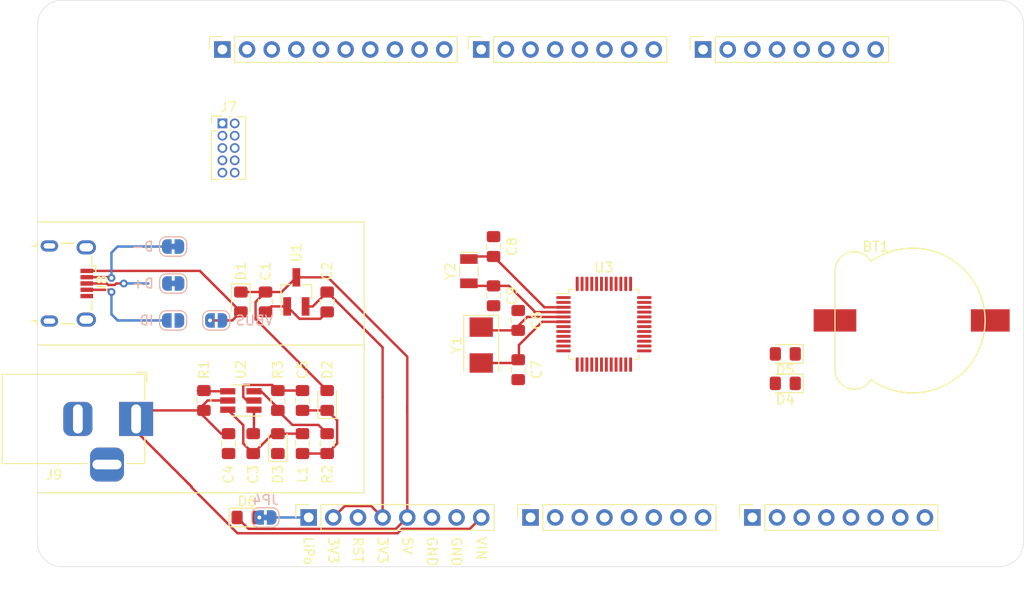
<source format=kicad_pcb>
(kicad_pcb (version 20171130) (host pcbnew 5.1.6)

  (general
    (thickness 1.6)
    (drawings 21)
    (tracks 122)
    (zones 0)
    (modules 45)
    (nets 103)
  )

  (page A4)
  (layers
    (0 F.Cu signal)
    (31 B.Cu signal)
    (32 B.Adhes user)
    (33 F.Adhes user)
    (34 B.Paste user)
    (35 F.Paste user)
    (36 B.SilkS user)
    (37 F.SilkS user)
    (38 B.Mask user)
    (39 F.Mask user)
    (40 Dwgs.User user)
    (41 Cmts.User user)
    (42 Eco1.User user)
    (43 Eco2.User user)
    (44 Edge.Cuts user)
    (45 Margin user)
    (46 B.CrtYd user)
    (47 F.CrtYd user)
    (48 B.Fab user)
    (49 F.Fab user)
  )

  (setup
    (last_trace_width 0.25)
    (trace_clearance 0.2)
    (zone_clearance 0.508)
    (zone_45_only no)
    (trace_min 0.2)
    (via_size 0.8)
    (via_drill 0.4)
    (via_min_size 0.4)
    (via_min_drill 0.3)
    (uvia_size 0.3)
    (uvia_drill 0.1)
    (uvias_allowed no)
    (uvia_min_size 0.2)
    (uvia_min_drill 0.1)
    (edge_width 0.05)
    (segment_width 0.2)
    (pcb_text_width 0.3)
    (pcb_text_size 1.5 1.5)
    (mod_edge_width 0.12)
    (mod_text_size 1 1)
    (mod_text_width 0.15)
    (pad_size 1.524 1.524)
    (pad_drill 0.762)
    (pad_to_mask_clearance 0.05)
    (aux_axis_origin 0 0)
    (visible_elements FFFFFF7F)
    (pcbplotparams
      (layerselection 0x010fc_ffffffff)
      (usegerberextensions false)
      (usegerberattributes true)
      (usegerberadvancedattributes true)
      (creategerberjobfile true)
      (excludeedgelayer true)
      (linewidth 0.100000)
      (plotframeref false)
      (viasonmask false)
      (mode 1)
      (useauxorigin false)
      (hpglpennumber 1)
      (hpglpenspeed 20)
      (hpglpendiameter 15.000000)
      (psnegative false)
      (psa4output false)
      (plotreference true)
      (plotvalue true)
      (plotinvisibletext false)
      (padsonsilk false)
      (subtractmaskfromsilk false)
      (outputformat 1)
      (mirror false)
      (drillshape 1)
      (scaleselection 1)
      (outputdirectory ""))
  )

  (net 0 "")
  (net 1 "Net-(J3-Pad8)")
  (net 2 "Net-(J3-Pad7)")
  (net 3 "Net-(J3-Pad6)")
  (net 4 "Net-(J3-Pad5)")
  (net 5 "Net-(J3-Pad4)")
  (net 6 "Net-(J3-Pad3)")
  (net 7 "Net-(J3-Pad2)")
  (net 8 "Net-(J3-Pad1)")
  (net 9 "Net-(J5-Pad8)")
  (net 10 "Net-(J5-Pad7)")
  (net 11 "Net-(J6-Pad8)")
  (net 12 "Net-(J6-Pad7)")
  (net 13 "Net-(J6-Pad6)")
  (net 14 "Net-(J6-Pad5)")
  (net 15 "Net-(J6-Pad4)")
  (net 16 "Net-(J6-Pad3)")
  (net 17 "Net-(J6-Pad2)")
  (net 18 "Net-(J6-Pad1)")
  (net 19 GND)
  (net 20 RESET)
  (net 21 VCC)
  (net 22 +BATT)
  (net 23 "Net-(J2-Pad8)")
  (net 24 "Net-(J2-Pad7)")
  (net 25 "Net-(J2-Pad6)")
  (net 26 "Net-(J2-Pad5)")
  (net 27 "Net-(J2-Pad4)")
  (net 28 "Net-(J2-Pad3)")
  (net 29 "Net-(J2-Pad2)")
  (net 30 "Net-(J2-Pad1)")
  (net 31 +12V)
  (net 32 +5V)
  (net 33 +3V8)
  (net 34 "Net-(J5-Pad6)")
  (net 35 "Net-(J5-Pad5)")
  (net 36 "Net-(J5-Pad4)")
  (net 37 "Net-(J5-Pad3)")
  (net 38 "Net-(J5-Pad2)")
  (net 39 "Net-(J5-Pad1)")
  (net 40 "Net-(C3-Pad2)")
  (net 41 "Net-(C3-Pad1)")
  (net 42 "Net-(C5-Pad1)")
  (net 43 nSRST)
  (net 44 "Net-(J7-Pad5)")
  (net 45 "Net-(J8-Pad4)")
  (net 46 "Net-(J8-Pad3)")
  (net 47 "Net-(J8-Pad2)")
  (net 48 "Net-(R2-Pad1)")
  (net 49 "Net-(R1-Pad2)")
  (net 50 "Net-(J2-Pad10)")
  (net 51 "Net-(J2-Pad9)")
  (net 52 "Net-(J4-Pad8)")
  (net 53 "Net-(J4-Pad7)")
  (net 54 "Net-(J4-Pad6)")
  (net 55 "Net-(J4-Pad5)")
  (net 56 "Net-(J4-Pad4)")
  (net 57 "Net-(J4-Pad3)")
  (net 58 "Net-(J4-Pad2)")
  (net 59 "Net-(J4-Pad1)")
  (net 60 X8M1)
  (net 61 X8M2)
  (net 62 X32K1)
  (net 63 X32K2)
  (net 64 PB9)
  (net 65 PB8)
  (net 66 BOOT0)
  (net 67 PB7)
  (net 68 PB6)
  (net 69 PB5)
  (net 70 PA12)
  (net 71 PA11)
  (net 72 PA10)
  (net 73 PA9)
  (net 74 PA8)
  (net 75 PB15)
  (net 76 PB14)
  (net 77 PB13)
  (net 78 PB12)
  (net 79 PB11)
  (net 80 PB10)
  (net 81 PB2)
  (net 82 PB1)
  (net 83 PB0)
  (net 84 PA7)
  (net 85 PA6)
  (net 86 PA5)
  (net 87 PA4)
  (net 88 PA3)
  (net 89 PA2)
  (net 90 PA1)
  (net 91 PA0)
  (net 92 PC13)
  (net 93 "Net-(BT1-Pad1)")
  (net 94 +3V3)
  (net 95 "Net-(D6-Pad2)")
  (net 96 "Net-(D1-Pad2)")
  (net 97 nRST)
  (net 98 JTDI)
  (net 99 JTDO)
  (net 100 JTCK)
  (net 101 JTMS)
  (net 102 JnTRST)

  (net_class Default "This is the default net class."
    (clearance 0.2)
    (trace_width 0.25)
    (via_dia 0.8)
    (via_drill 0.4)
    (uvia_dia 0.3)
    (uvia_drill 0.1)
    (add_net +12V)
    (add_net +3V3)
    (add_net +3V8)
    (add_net +5V)
    (add_net +BATT)
    (add_net BOOT0)
    (add_net GND)
    (add_net JTCK)
    (add_net JTDI)
    (add_net JTDO)
    (add_net JTMS)
    (add_net JnTRST)
    (add_net "Net-(BT1-Pad1)")
    (add_net "Net-(C3-Pad1)")
    (add_net "Net-(C3-Pad2)")
    (add_net "Net-(C5-Pad1)")
    (add_net "Net-(D1-Pad2)")
    (add_net "Net-(D6-Pad2)")
    (add_net "Net-(J2-Pad1)")
    (add_net "Net-(J2-Pad10)")
    (add_net "Net-(J2-Pad2)")
    (add_net "Net-(J2-Pad3)")
    (add_net "Net-(J2-Pad4)")
    (add_net "Net-(J2-Pad5)")
    (add_net "Net-(J2-Pad6)")
    (add_net "Net-(J2-Pad7)")
    (add_net "Net-(J2-Pad8)")
    (add_net "Net-(J2-Pad9)")
    (add_net "Net-(J3-Pad1)")
    (add_net "Net-(J3-Pad2)")
    (add_net "Net-(J3-Pad3)")
    (add_net "Net-(J3-Pad4)")
    (add_net "Net-(J3-Pad5)")
    (add_net "Net-(J3-Pad6)")
    (add_net "Net-(J3-Pad7)")
    (add_net "Net-(J3-Pad8)")
    (add_net "Net-(J4-Pad1)")
    (add_net "Net-(J4-Pad2)")
    (add_net "Net-(J4-Pad3)")
    (add_net "Net-(J4-Pad4)")
    (add_net "Net-(J4-Pad5)")
    (add_net "Net-(J4-Pad6)")
    (add_net "Net-(J4-Pad7)")
    (add_net "Net-(J4-Pad8)")
    (add_net "Net-(J5-Pad1)")
    (add_net "Net-(J5-Pad2)")
    (add_net "Net-(J5-Pad3)")
    (add_net "Net-(J5-Pad4)")
    (add_net "Net-(J5-Pad5)")
    (add_net "Net-(J5-Pad6)")
    (add_net "Net-(J5-Pad7)")
    (add_net "Net-(J5-Pad8)")
    (add_net "Net-(J6-Pad1)")
    (add_net "Net-(J6-Pad2)")
    (add_net "Net-(J6-Pad3)")
    (add_net "Net-(J6-Pad4)")
    (add_net "Net-(J6-Pad5)")
    (add_net "Net-(J6-Pad6)")
    (add_net "Net-(J6-Pad7)")
    (add_net "Net-(J6-Pad8)")
    (add_net "Net-(J7-Pad5)")
    (add_net "Net-(J8-Pad2)")
    (add_net "Net-(J8-Pad3)")
    (add_net "Net-(J8-Pad4)")
    (add_net "Net-(R1-Pad2)")
    (add_net "Net-(R2-Pad1)")
    (add_net PA0)
    (add_net PA1)
    (add_net PA10)
    (add_net PA11)
    (add_net PA12)
    (add_net PA2)
    (add_net PA3)
    (add_net PA4)
    (add_net PA5)
    (add_net PA6)
    (add_net PA7)
    (add_net PA8)
    (add_net PA9)
    (add_net PB0)
    (add_net PB1)
    (add_net PB10)
    (add_net PB11)
    (add_net PB12)
    (add_net PB13)
    (add_net PB14)
    (add_net PB15)
    (add_net PB2)
    (add_net PB5)
    (add_net PB6)
    (add_net PB7)
    (add_net PB8)
    (add_net PB9)
    (add_net PC13)
    (add_net RESET)
    (add_net VCC)
    (add_net X32K1)
    (add_net X32K2)
    (add_net X8M1)
    (add_net X8M2)
    (add_net nRST)
    (add_net nSRST)
  )

  (module Jumper:SolderJumper-2_P1.3mm_Open_RoundedPad1.0x1.5mm (layer B.Cu) (tedit 5B391E66) (tstamp 5EC813BE)
    (at 139.065 93.98)
    (descr "SMD Solder Jumper, 1x1.5mm, rounded Pads, 0.3mm gap, open")
    (tags "solder jumper open")
    (path /5EC6493D/5ECBE30F)
    (attr virtual)
    (fp_text reference JP5 (at 0 1.8) (layer B.SilkS) hide
      (effects (font (size 1 1) (thickness 0.15)) (justify mirror))
    )
    (fp_text value VBUS (at 1.905 0) (layer B.SilkS)
      (effects (font (size 1 1) (thickness 0.15)) (justify right mirror))
    )
    (fp_arc (start -0.7 0.3) (end -0.7 1) (angle 90) (layer B.SilkS) (width 0.12))
    (fp_arc (start -0.7 -0.3) (end -1.4 -0.3) (angle 90) (layer B.SilkS) (width 0.12))
    (fp_arc (start 0.7 -0.3) (end 0.7 -1) (angle 90) (layer B.SilkS) (width 0.12))
    (fp_arc (start 0.7 0.3) (end 1.4 0.3) (angle 90) (layer B.SilkS) (width 0.12))
    (fp_line (start -1.4 -0.3) (end -1.4 0.3) (layer B.SilkS) (width 0.12))
    (fp_line (start 0.7 -1) (end -0.7 -1) (layer B.SilkS) (width 0.12))
    (fp_line (start 1.4 0.3) (end 1.4 -0.3) (layer B.SilkS) (width 0.12))
    (fp_line (start -0.7 1) (end 0.7 1) (layer B.SilkS) (width 0.12))
    (fp_line (start -1.65 1.25) (end 1.65 1.25) (layer B.CrtYd) (width 0.05))
    (fp_line (start -1.65 1.25) (end -1.65 -1.25) (layer B.CrtYd) (width 0.05))
    (fp_line (start 1.65 -1.25) (end 1.65 1.25) (layer B.CrtYd) (width 0.05))
    (fp_line (start 1.65 -1.25) (end -1.65 -1.25) (layer B.CrtYd) (width 0.05))
    (pad 2 smd custom (at 0.65 0) (size 1 0.5) (layers B.Cu B.Mask)
      (net 73 PA9) (zone_connect 2)
      (options (clearance outline) (anchor rect))
      (primitives
        (gr_circle (center 0 -0.25) (end 0.5 -0.25) (width 0))
        (gr_circle (center 0 0.25) (end 0.5 0.25) (width 0))
        (gr_poly (pts
           (xy 0 0.75) (xy -0.5 0.75) (xy -0.5 -0.75) (xy 0 -0.75)) (width 0))
      ))
    (pad 1 smd custom (at -0.65 0) (size 1 0.5) (layers B.Cu B.Mask)
      (net 96 "Net-(D1-Pad2)") (zone_connect 2)
      (options (clearance outline) (anchor rect))
      (primitives
        (gr_circle (center 0 -0.25) (end 0.5 -0.25) (width 0))
        (gr_circle (center 0 0.25) (end 0.5 0.25) (width 0))
        (gr_poly (pts
           (xy 0 0.75) (xy 0.5 0.75) (xy 0.5 -0.75) (xy 0 -0.75)) (width 0))
      ))
  )

  (module Jumper:SolderJumper-2_P1.3mm_Open_RoundedPad1.0x1.5mm (layer B.Cu) (tedit 5B391E66) (tstamp 5EC6750F)
    (at 134.62 93.98)
    (descr "SMD Solder Jumper, 1x1.5mm, rounded Pads, 0.3mm gap, open")
    (tags "solder jumper open")
    (path /5EC6493D/5EC68ED2)
    (attr virtual)
    (fp_text reference JP3 (at 0 1.8) (layer B.SilkS) hide
      (effects (font (size 1 1) (thickness 0.15)) (justify mirror))
    )
    (fp_text value ID (at -1.905 0) (layer B.SilkS)
      (effects (font (size 1 1) (thickness 0.15)) (justify left mirror))
    )
    (fp_arc (start -0.7 0.3) (end -0.7 1) (angle 90) (layer B.SilkS) (width 0.12))
    (fp_arc (start -0.7 -0.3) (end -1.4 -0.3) (angle 90) (layer B.SilkS) (width 0.12))
    (fp_arc (start 0.7 -0.3) (end 0.7 -1) (angle 90) (layer B.SilkS) (width 0.12))
    (fp_arc (start 0.7 0.3) (end 1.4 0.3) (angle 90) (layer B.SilkS) (width 0.12))
    (fp_line (start -1.4 -0.3) (end -1.4 0.3) (layer B.SilkS) (width 0.12))
    (fp_line (start 0.7 -1) (end -0.7 -1) (layer B.SilkS) (width 0.12))
    (fp_line (start 1.4 0.3) (end 1.4 -0.3) (layer B.SilkS) (width 0.12))
    (fp_line (start -0.7 1) (end 0.7 1) (layer B.SilkS) (width 0.12))
    (fp_line (start -1.65 1.25) (end 1.65 1.25) (layer B.CrtYd) (width 0.05))
    (fp_line (start -1.65 1.25) (end -1.65 -1.25) (layer B.CrtYd) (width 0.05))
    (fp_line (start 1.65 -1.25) (end 1.65 1.25) (layer B.CrtYd) (width 0.05))
    (fp_line (start 1.65 -1.25) (end -1.65 -1.25) (layer B.CrtYd) (width 0.05))
    (pad 2 smd custom (at 0.65 0) (size 1 0.5) (layers B.Cu B.Mask)
      (net 72 PA10) (zone_connect 2)
      (options (clearance outline) (anchor rect))
      (primitives
        (gr_circle (center 0 -0.25) (end 0.5 -0.25) (width 0))
        (gr_circle (center 0 0.25) (end 0.5 0.25) (width 0))
        (gr_poly (pts
           (xy 0 0.75) (xy -0.5 0.75) (xy -0.5 -0.75) (xy 0 -0.75)) (width 0))
      ))
    (pad 1 smd custom (at -0.65 0) (size 1 0.5) (layers B.Cu B.Mask)
      (net 45 "Net-(J8-Pad4)") (zone_connect 2)
      (options (clearance outline) (anchor rect))
      (primitives
        (gr_circle (center 0 -0.25) (end 0.5 -0.25) (width 0))
        (gr_circle (center 0 0.25) (end 0.5 0.25) (width 0))
        (gr_poly (pts
           (xy 0 0.75) (xy 0.5 0.75) (xy 0.5 -0.75) (xy 0 -0.75)) (width 0))
      ))
  )

  (module Jumper:SolderJumper-2_P1.3mm_Bridged_RoundedPad1.0x1.5mm (layer B.Cu) (tedit 5C745284) (tstamp 5EC7CB6D)
    (at 144.13 114.3 180)
    (descr "SMD Solder Jumper, 1x1.5mm, rounded Pads, 0.3mm gap, bridged with 1 copper strip")
    (tags "solder jumper open")
    (path /5ECA2490)
    (attr virtual)
    (fp_text reference JP4 (at 0 1.8) (layer B.SilkS)
      (effects (font (size 1 1) (thickness 0.15)) (justify mirror))
    )
    (fp_text value SJ (at 0 -1.9) (layer B.Fab)
      (effects (font (size 1 1) (thickness 0.15)) (justify mirror))
    )
    (fp_arc (start -0.7 0.3) (end -0.7 1) (angle 90) (layer B.SilkS) (width 0.12))
    (fp_arc (start -0.7 -0.3) (end -1.4 -0.3) (angle 90) (layer B.SilkS) (width 0.12))
    (fp_arc (start 0.7 -0.3) (end 0.7 -1) (angle 90) (layer B.SilkS) (width 0.12))
    (fp_arc (start 0.7 0.3) (end 1.4 0.3) (angle 90) (layer B.SilkS) (width 0.12))
    (fp_line (start -1.4 -0.3) (end -1.4 0.3) (layer B.SilkS) (width 0.12))
    (fp_line (start 0.7 -1) (end -0.7 -1) (layer B.SilkS) (width 0.12))
    (fp_line (start 1.4 0.3) (end 1.4 -0.3) (layer B.SilkS) (width 0.12))
    (fp_line (start -0.7 1) (end 0.7 1) (layer B.SilkS) (width 0.12))
    (fp_line (start -1.65 1.25) (end 1.65 1.25) (layer B.CrtYd) (width 0.05))
    (fp_line (start -1.65 1.25) (end -1.65 -1.25) (layer B.CrtYd) (width 0.05))
    (fp_line (start 1.65 -1.25) (end 1.65 1.25) (layer B.CrtYd) (width 0.05))
    (fp_line (start 1.65 -1.25) (end -1.65 -1.25) (layer B.CrtYd) (width 0.05))
    (fp_poly (pts (xy 0.25 0.3) (xy -0.25 0.3) (xy -0.25 -0.3) (xy 0.25 -0.3)) (layer B.Cu) (width 0))
    (pad 1 smd custom (at -0.65 0 180) (size 1 0.5) (layers B.Cu B.Mask)
      (net 33 +3V8) (zone_connect 2)
      (options (clearance outline) (anchor rect))
      (primitives
        (gr_circle (center 0 -0.25) (end 0.5 -0.25) (width 0))
        (gr_circle (center 0 0.25) (end 0.5 0.25) (width 0))
        (gr_poly (pts
           (xy 0 0.75) (xy 0.5 0.75) (xy 0.5 -0.75) (xy 0 -0.75)) (width 0))
      ))
    (pad 2 smd custom (at 0.65 0 180) (size 1 0.5) (layers B.Cu B.Mask)
      (net 95 "Net-(D6-Pad2)") (zone_connect 2)
      (options (clearance outline) (anchor rect))
      (primitives
        (gr_circle (center 0 -0.25) (end 0.5 -0.25) (width 0))
        (gr_circle (center 0 0.25) (end 0.5 0.25) (width 0))
        (gr_poly (pts
           (xy 0 0.75) (xy -0.5 0.75) (xy -0.5 -0.75) (xy 0 -0.75)) (width 0))
      ))
  )

  (module Diode_SMD:D_0805_2012Metric_Pad1.15x1.40mm_HandSolder (layer F.Cu) (tedit 5B4B45C8) (tstamp 5EC7C86A)
    (at 142.24 114.3)
    (descr "Diode SMD 0805 (2012 Metric), square (rectangular) end terminal, IPC_7351 nominal, (Body size source: https://docs.google.com/spreadsheets/d/1BsfQQcO9C6DZCsRaXUlFlo91Tg2WpOkGARC1WS5S8t0/edit?usp=sharing), generated with kicad-footprint-generator")
    (tags "diode handsolder")
    (path /5ECA4BDF)
    (attr smd)
    (fp_text reference D6 (at 0 -1.65) (layer F.SilkS)
      (effects (font (size 1 1) (thickness 0.15)))
    )
    (fp_text value D_Schottky (at 0 1.65) (layer F.Fab)
      (effects (font (size 1 1) (thickness 0.15)))
    )
    (fp_text user %R (at 0 0) (layer F.Fab)
      (effects (font (size 0.5 0.5) (thickness 0.08)))
    )
    (fp_line (start 1 -0.6) (end -0.7 -0.6) (layer F.Fab) (width 0.1))
    (fp_line (start -0.7 -0.6) (end -1 -0.3) (layer F.Fab) (width 0.1))
    (fp_line (start -1 -0.3) (end -1 0.6) (layer F.Fab) (width 0.1))
    (fp_line (start -1 0.6) (end 1 0.6) (layer F.Fab) (width 0.1))
    (fp_line (start 1 0.6) (end 1 -0.6) (layer F.Fab) (width 0.1))
    (fp_line (start 1 -0.96) (end -1.86 -0.96) (layer F.SilkS) (width 0.12))
    (fp_line (start -1.86 -0.96) (end -1.86 0.96) (layer F.SilkS) (width 0.12))
    (fp_line (start -1.86 0.96) (end 1 0.96) (layer F.SilkS) (width 0.12))
    (fp_line (start -1.85 0.95) (end -1.85 -0.95) (layer F.CrtYd) (width 0.05))
    (fp_line (start -1.85 -0.95) (end 1.85 -0.95) (layer F.CrtYd) (width 0.05))
    (fp_line (start 1.85 -0.95) (end 1.85 0.95) (layer F.CrtYd) (width 0.05))
    (fp_line (start 1.85 0.95) (end -1.85 0.95) (layer F.CrtYd) (width 0.05))
    (pad 2 smd roundrect (at 1.025 0) (size 1.15 1.4) (layers F.Cu F.Paste F.Mask) (roundrect_rratio 0.217391)
      (net 95 "Net-(D6-Pad2)"))
    (pad 1 smd roundrect (at -1.025 0) (size 1.15 1.4) (layers F.Cu F.Paste F.Mask) (roundrect_rratio 0.217391)
      (net 32 +5V))
    (model ${KISYS3DMOD}/Diode_SMD.3dshapes/D_0805_2012Metric.wrl
      (at (xyz 0 0 0))
      (scale (xyz 1 1 1))
      (rotate (xyz 0 0 0))
    )
  )

  (module Connector_PinSocket_2.54mm:PinSocket_1x08_P2.54mm_Vertical (layer F.Cu) (tedit 5A19A420) (tstamp 5EC50624)
    (at 189.23 66.04 90)
    (descr "Through hole straight socket strip, 1x08, 2.54mm pitch, single row (from Kicad 4.0.7), script generated")
    (tags "Through hole socket strip THT 1x08 2.54mm single row")
    (path /5EC52062)
    (fp_text reference J6 (at 0 -2.77 90) (layer F.SilkS) hide
      (effects (font (size 1 1) (thickness 0.15)))
    )
    (fp_text value Conn_01x08 (at 0 20.55 90) (layer F.Fab)
      (effects (font (size 1 1) (thickness 0.15)))
    )
    (fp_text user %R (at 0 8.89) (layer F.Fab)
      (effects (font (size 1 1) (thickness 0.15)))
    )
    (fp_line (start -1.27 -1.27) (end 0.635 -1.27) (layer F.Fab) (width 0.1))
    (fp_line (start 0.635 -1.27) (end 1.27 -0.635) (layer F.Fab) (width 0.1))
    (fp_line (start 1.27 -0.635) (end 1.27 19.05) (layer F.Fab) (width 0.1))
    (fp_line (start 1.27 19.05) (end -1.27 19.05) (layer F.Fab) (width 0.1))
    (fp_line (start -1.27 19.05) (end -1.27 -1.27) (layer F.Fab) (width 0.1))
    (fp_line (start -1.33 1.27) (end 1.33 1.27) (layer F.SilkS) (width 0.12))
    (fp_line (start -1.33 1.27) (end -1.33 19.11) (layer F.SilkS) (width 0.12))
    (fp_line (start -1.33 19.11) (end 1.33 19.11) (layer F.SilkS) (width 0.12))
    (fp_line (start 1.33 1.27) (end 1.33 19.11) (layer F.SilkS) (width 0.12))
    (fp_line (start 1.33 -1.33) (end 1.33 0) (layer F.SilkS) (width 0.12))
    (fp_line (start 0 -1.33) (end 1.33 -1.33) (layer F.SilkS) (width 0.12))
    (fp_line (start -1.8 -1.8) (end 1.75 -1.8) (layer F.CrtYd) (width 0.05))
    (fp_line (start 1.75 -1.8) (end 1.75 19.55) (layer F.CrtYd) (width 0.05))
    (fp_line (start 1.75 19.55) (end -1.8 19.55) (layer F.CrtYd) (width 0.05))
    (fp_line (start -1.8 19.55) (end -1.8 -1.8) (layer F.CrtYd) (width 0.05))
    (pad 8 thru_hole oval (at 0 17.78 90) (size 1.7 1.7) (drill 1) (layers *.Cu *.Mask)
      (net 11 "Net-(J6-Pad8)"))
    (pad 7 thru_hole oval (at 0 15.24 90) (size 1.7 1.7) (drill 1) (layers *.Cu *.Mask)
      (net 12 "Net-(J6-Pad7)"))
    (pad 6 thru_hole oval (at 0 12.7 90) (size 1.7 1.7) (drill 1) (layers *.Cu *.Mask)
      (net 13 "Net-(J6-Pad6)"))
    (pad 5 thru_hole oval (at 0 10.16 90) (size 1.7 1.7) (drill 1) (layers *.Cu *.Mask)
      (net 14 "Net-(J6-Pad5)"))
    (pad 4 thru_hole oval (at 0 7.62 90) (size 1.7 1.7) (drill 1) (layers *.Cu *.Mask)
      (net 15 "Net-(J6-Pad4)"))
    (pad 3 thru_hole oval (at 0 5.08 90) (size 1.7 1.7) (drill 1) (layers *.Cu *.Mask)
      (net 16 "Net-(J6-Pad3)"))
    (pad 2 thru_hole oval (at 0 2.54 90) (size 1.7 1.7) (drill 1) (layers *.Cu *.Mask)
      (net 17 "Net-(J6-Pad2)"))
    (pad 1 thru_hole rect (at 0 0 90) (size 1.7 1.7) (drill 1) (layers *.Cu *.Mask)
      (net 18 "Net-(J6-Pad1)"))
    (model ${KISYS3DMOD}/Connector_PinSocket_2.54mm.3dshapes/PinSocket_1x08_P2.54mm_Vertical.wrl
      (at (xyz 0 0 0))
      (scale (xyz 1 1 1))
      (rotate (xyz 0 0 0))
    )
  )

  (module Connector_PinSocket_2.54mm:PinSocket_1x08_P2.54mm_Vertical (layer F.Cu) (tedit 5A19A420) (tstamp 5EC50DFD)
    (at 194.31 114.3 90)
    (descr "Through hole straight socket strip, 1x08, 2.54mm pitch, single row (from Kicad 4.0.7), script generated")
    (tags "Through hole socket strip THT 1x08 2.54mm single row")
    (path /5EC56B16)
    (fp_text reference J5 (at 0 -2.77 90) (layer F.SilkS) hide
      (effects (font (size 1 1) (thickness 0.15)))
    )
    (fp_text value Conn_01x08 (at 0 20.55 90) (layer F.Fab)
      (effects (font (size 1 1) (thickness 0.15)))
    )
    (fp_text user %R (at 0 8.89) (layer F.Fab)
      (effects (font (size 1 1) (thickness 0.15)))
    )
    (fp_line (start -1.27 -1.27) (end 0.635 -1.27) (layer F.Fab) (width 0.1))
    (fp_line (start 0.635 -1.27) (end 1.27 -0.635) (layer F.Fab) (width 0.1))
    (fp_line (start 1.27 -0.635) (end 1.27 19.05) (layer F.Fab) (width 0.1))
    (fp_line (start 1.27 19.05) (end -1.27 19.05) (layer F.Fab) (width 0.1))
    (fp_line (start -1.27 19.05) (end -1.27 -1.27) (layer F.Fab) (width 0.1))
    (fp_line (start -1.33 1.27) (end 1.33 1.27) (layer F.SilkS) (width 0.12))
    (fp_line (start -1.33 1.27) (end -1.33 19.11) (layer F.SilkS) (width 0.12))
    (fp_line (start -1.33 19.11) (end 1.33 19.11) (layer F.SilkS) (width 0.12))
    (fp_line (start 1.33 1.27) (end 1.33 19.11) (layer F.SilkS) (width 0.12))
    (fp_line (start 1.33 -1.33) (end 1.33 0) (layer F.SilkS) (width 0.12))
    (fp_line (start 0 -1.33) (end 1.33 -1.33) (layer F.SilkS) (width 0.12))
    (fp_line (start -1.8 -1.8) (end 1.75 -1.8) (layer F.CrtYd) (width 0.05))
    (fp_line (start 1.75 -1.8) (end 1.75 19.55) (layer F.CrtYd) (width 0.05))
    (fp_line (start 1.75 19.55) (end -1.8 19.55) (layer F.CrtYd) (width 0.05))
    (fp_line (start -1.8 19.55) (end -1.8 -1.8) (layer F.CrtYd) (width 0.05))
    (pad 8 thru_hole oval (at 0 17.78 90) (size 1.7 1.7) (drill 1) (layers *.Cu *.Mask)
      (net 9 "Net-(J5-Pad8)"))
    (pad 7 thru_hole oval (at 0 15.24 90) (size 1.7 1.7) (drill 1) (layers *.Cu *.Mask)
      (net 10 "Net-(J5-Pad7)"))
    (pad 6 thru_hole oval (at 0 12.7 90) (size 1.7 1.7) (drill 1) (layers *.Cu *.Mask)
      (net 34 "Net-(J5-Pad6)"))
    (pad 5 thru_hole oval (at 0 10.16 90) (size 1.7 1.7) (drill 1) (layers *.Cu *.Mask)
      (net 35 "Net-(J5-Pad5)"))
    (pad 4 thru_hole oval (at 0 7.62 90) (size 1.7 1.7) (drill 1) (layers *.Cu *.Mask)
      (net 36 "Net-(J5-Pad4)"))
    (pad 3 thru_hole oval (at 0 5.08 90) (size 1.7 1.7) (drill 1) (layers *.Cu *.Mask)
      (net 37 "Net-(J5-Pad3)"))
    (pad 2 thru_hole oval (at 0 2.54 90) (size 1.7 1.7) (drill 1) (layers *.Cu *.Mask)
      (net 38 "Net-(J5-Pad2)"))
    (pad 1 thru_hole rect (at 0 0 90) (size 1.7 1.7) (drill 1) (layers *.Cu *.Mask)
      (net 39 "Net-(J5-Pad1)"))
    (model ${KISYS3DMOD}/Connector_PinSocket_2.54mm.3dshapes/PinSocket_1x08_P2.54mm_Vertical.wrl
      (at (xyz 0 0 0))
      (scale (xyz 1 1 1))
      (rotate (xyz 0 0 0))
    )
  )

  (module Connector_PinSocket_2.54mm:PinSocket_1x08_P2.54mm_Vertical (layer F.Cu) (tedit 5A19A420) (tstamp 5EC504D6)
    (at 166.37 66.04 90)
    (descr "Through hole straight socket strip, 1x08, 2.54mm pitch, single row (from Kicad 4.0.7), script generated")
    (tags "Through hole socket strip THT 1x08 2.54mm single row")
    (path /5EC51601)
    (fp_text reference J4 (at 0 -2.77 90) (layer F.SilkS) hide
      (effects (font (size 1 1) (thickness 0.15)))
    )
    (fp_text value Conn_01x08 (at 0 20.55 90) (layer F.Fab)
      (effects (font (size 1 1) (thickness 0.15)))
    )
    (fp_text user %R (at 0 8.89) (layer F.Fab)
      (effects (font (size 1 1) (thickness 0.15)))
    )
    (fp_line (start -1.27 -1.27) (end 0.635 -1.27) (layer F.Fab) (width 0.1))
    (fp_line (start 0.635 -1.27) (end 1.27 -0.635) (layer F.Fab) (width 0.1))
    (fp_line (start 1.27 -0.635) (end 1.27 19.05) (layer F.Fab) (width 0.1))
    (fp_line (start 1.27 19.05) (end -1.27 19.05) (layer F.Fab) (width 0.1))
    (fp_line (start -1.27 19.05) (end -1.27 -1.27) (layer F.Fab) (width 0.1))
    (fp_line (start -1.33 1.27) (end 1.33 1.27) (layer F.SilkS) (width 0.12))
    (fp_line (start -1.33 1.27) (end -1.33 19.11) (layer F.SilkS) (width 0.12))
    (fp_line (start -1.33 19.11) (end 1.33 19.11) (layer F.SilkS) (width 0.12))
    (fp_line (start 1.33 1.27) (end 1.33 19.11) (layer F.SilkS) (width 0.12))
    (fp_line (start 1.33 -1.33) (end 1.33 0) (layer F.SilkS) (width 0.12))
    (fp_line (start 0 -1.33) (end 1.33 -1.33) (layer F.SilkS) (width 0.12))
    (fp_line (start -1.8 -1.8) (end 1.75 -1.8) (layer F.CrtYd) (width 0.05))
    (fp_line (start 1.75 -1.8) (end 1.75 19.55) (layer F.CrtYd) (width 0.05))
    (fp_line (start 1.75 19.55) (end -1.8 19.55) (layer F.CrtYd) (width 0.05))
    (fp_line (start -1.8 19.55) (end -1.8 -1.8) (layer F.CrtYd) (width 0.05))
    (pad 8 thru_hole oval (at 0 17.78 90) (size 1.7 1.7) (drill 1) (layers *.Cu *.Mask)
      (net 52 "Net-(J4-Pad8)"))
    (pad 7 thru_hole oval (at 0 15.24 90) (size 1.7 1.7) (drill 1) (layers *.Cu *.Mask)
      (net 53 "Net-(J4-Pad7)"))
    (pad 6 thru_hole oval (at 0 12.7 90) (size 1.7 1.7) (drill 1) (layers *.Cu *.Mask)
      (net 54 "Net-(J4-Pad6)"))
    (pad 5 thru_hole oval (at 0 10.16 90) (size 1.7 1.7) (drill 1) (layers *.Cu *.Mask)
      (net 55 "Net-(J4-Pad5)"))
    (pad 4 thru_hole oval (at 0 7.62 90) (size 1.7 1.7) (drill 1) (layers *.Cu *.Mask)
      (net 56 "Net-(J4-Pad4)"))
    (pad 3 thru_hole oval (at 0 5.08 90) (size 1.7 1.7) (drill 1) (layers *.Cu *.Mask)
      (net 57 "Net-(J4-Pad3)"))
    (pad 2 thru_hole oval (at 0 2.54 90) (size 1.7 1.7) (drill 1) (layers *.Cu *.Mask)
      (net 58 "Net-(J4-Pad2)"))
    (pad 1 thru_hole rect (at 0 0 90) (size 1.7 1.7) (drill 1) (layers *.Cu *.Mask)
      (net 59 "Net-(J4-Pad1)"))
    (model ${KISYS3DMOD}/Connector_PinSocket_2.54mm.3dshapes/PinSocket_1x08_P2.54mm_Vertical.wrl
      (at (xyz 0 0 0))
      (scale (xyz 1 1 1))
      (rotate (xyz 0 0 0))
    )
  )

  (module Connector_PinSocket_2.54mm:PinSocket_1x08_P2.54mm_Vertical (layer F.Cu) (tedit 5A19A420) (tstamp 5EC50A23)
    (at 171.45 114.3 90)
    (descr "Through hole straight socket strip, 1x08, 2.54mm pitch, single row (from Kicad 4.0.7), script generated")
    (tags "Through hole socket strip THT 1x08 2.54mm single row")
    (path /5EC54471)
    (fp_text reference J3 (at 0 -2.77 90) (layer F.SilkS) hide
      (effects (font (size 1 1) (thickness 0.15)))
    )
    (fp_text value Conn_01x08 (at 0 20.55 90) (layer F.Fab)
      (effects (font (size 1 1) (thickness 0.15)))
    )
    (fp_text user %R (at 0 8.89) (layer F.Fab)
      (effects (font (size 1 1) (thickness 0.15)))
    )
    (fp_line (start -1.27 -1.27) (end 0.635 -1.27) (layer F.Fab) (width 0.1))
    (fp_line (start 0.635 -1.27) (end 1.27 -0.635) (layer F.Fab) (width 0.1))
    (fp_line (start 1.27 -0.635) (end 1.27 19.05) (layer F.Fab) (width 0.1))
    (fp_line (start 1.27 19.05) (end -1.27 19.05) (layer F.Fab) (width 0.1))
    (fp_line (start -1.27 19.05) (end -1.27 -1.27) (layer F.Fab) (width 0.1))
    (fp_line (start -1.33 1.27) (end 1.33 1.27) (layer F.SilkS) (width 0.12))
    (fp_line (start -1.33 1.27) (end -1.33 19.11) (layer F.SilkS) (width 0.12))
    (fp_line (start -1.33 19.11) (end 1.33 19.11) (layer F.SilkS) (width 0.12))
    (fp_line (start 1.33 1.27) (end 1.33 19.11) (layer F.SilkS) (width 0.12))
    (fp_line (start 1.33 -1.33) (end 1.33 0) (layer F.SilkS) (width 0.12))
    (fp_line (start 0 -1.33) (end 1.33 -1.33) (layer F.SilkS) (width 0.12))
    (fp_line (start -1.8 -1.8) (end 1.75 -1.8) (layer F.CrtYd) (width 0.05))
    (fp_line (start 1.75 -1.8) (end 1.75 19.55) (layer F.CrtYd) (width 0.05))
    (fp_line (start 1.75 19.55) (end -1.8 19.55) (layer F.CrtYd) (width 0.05))
    (fp_line (start -1.8 19.55) (end -1.8 -1.8) (layer F.CrtYd) (width 0.05))
    (pad 8 thru_hole oval (at 0 17.78 90) (size 1.7 1.7) (drill 1) (layers *.Cu *.Mask)
      (net 1 "Net-(J3-Pad8)"))
    (pad 7 thru_hole oval (at 0 15.24 90) (size 1.7 1.7) (drill 1) (layers *.Cu *.Mask)
      (net 2 "Net-(J3-Pad7)"))
    (pad 6 thru_hole oval (at 0 12.7 90) (size 1.7 1.7) (drill 1) (layers *.Cu *.Mask)
      (net 3 "Net-(J3-Pad6)"))
    (pad 5 thru_hole oval (at 0 10.16 90) (size 1.7 1.7) (drill 1) (layers *.Cu *.Mask)
      (net 4 "Net-(J3-Pad5)"))
    (pad 4 thru_hole oval (at 0 7.62 90) (size 1.7 1.7) (drill 1) (layers *.Cu *.Mask)
      (net 5 "Net-(J3-Pad4)"))
    (pad 3 thru_hole oval (at 0 5.08 90) (size 1.7 1.7) (drill 1) (layers *.Cu *.Mask)
      (net 6 "Net-(J3-Pad3)"))
    (pad 2 thru_hole oval (at 0 2.54 90) (size 1.7 1.7) (drill 1) (layers *.Cu *.Mask)
      (net 7 "Net-(J3-Pad2)"))
    (pad 1 thru_hole rect (at 0 0 90) (size 1.7 1.7) (drill 1) (layers *.Cu *.Mask)
      (net 8 "Net-(J3-Pad1)"))
    (model ${KISYS3DMOD}/Connector_PinSocket_2.54mm.3dshapes/PinSocket_1x08_P2.54mm_Vertical.wrl
      (at (xyz 0 0 0))
      (scale (xyz 1 1 1))
      (rotate (xyz 0 0 0))
    )
  )

  (module Connector_PinSocket_2.54mm:PinSocket_1x10_P2.54mm_Vertical (layer F.Cu) (tedit 5A19A425) (tstamp 5EC5039B)
    (at 139.7 66.04 90)
    (descr "Through hole straight socket strip, 1x10, 2.54mm pitch, single row (from Kicad 4.0.7), script generated")
    (tags "Through hole socket strip THT 1x10 2.54mm single row")
    (path /5EC501C4)
    (fp_text reference J2 (at 0 -2.77 90) (layer F.SilkS) hide
      (effects (font (size 1 1) (thickness 0.15)))
    )
    (fp_text value Conn_01x10 (at 0 25.63 90) (layer F.Fab)
      (effects (font (size 1 1) (thickness 0.15)))
    )
    (fp_text user %R (at 0 11.43) (layer F.Fab)
      (effects (font (size 1 1) (thickness 0.15)))
    )
    (fp_line (start -1.27 -1.27) (end 0.635 -1.27) (layer F.Fab) (width 0.1))
    (fp_line (start 0.635 -1.27) (end 1.27 -0.635) (layer F.Fab) (width 0.1))
    (fp_line (start 1.27 -0.635) (end 1.27 24.13) (layer F.Fab) (width 0.1))
    (fp_line (start 1.27 24.13) (end -1.27 24.13) (layer F.Fab) (width 0.1))
    (fp_line (start -1.27 24.13) (end -1.27 -1.27) (layer F.Fab) (width 0.1))
    (fp_line (start -1.33 1.27) (end 1.33 1.27) (layer F.SilkS) (width 0.12))
    (fp_line (start -1.33 1.27) (end -1.33 24.19) (layer F.SilkS) (width 0.12))
    (fp_line (start -1.33 24.19) (end 1.33 24.19) (layer F.SilkS) (width 0.12))
    (fp_line (start 1.33 1.27) (end 1.33 24.19) (layer F.SilkS) (width 0.12))
    (fp_line (start 1.33 -1.33) (end 1.33 0) (layer F.SilkS) (width 0.12))
    (fp_line (start 0 -1.33) (end 1.33 -1.33) (layer F.SilkS) (width 0.12))
    (fp_line (start -1.8 -1.8) (end 1.75 -1.8) (layer F.CrtYd) (width 0.05))
    (fp_line (start 1.75 -1.8) (end 1.75 24.6) (layer F.CrtYd) (width 0.05))
    (fp_line (start 1.75 24.6) (end -1.8 24.6) (layer F.CrtYd) (width 0.05))
    (fp_line (start -1.8 24.6) (end -1.8 -1.8) (layer F.CrtYd) (width 0.05))
    (pad 10 thru_hole oval (at 0 22.86 90) (size 1.7 1.7) (drill 1) (layers *.Cu *.Mask)
      (net 50 "Net-(J2-Pad10)"))
    (pad 9 thru_hole oval (at 0 20.32 90) (size 1.7 1.7) (drill 1) (layers *.Cu *.Mask)
      (net 51 "Net-(J2-Pad9)"))
    (pad 8 thru_hole oval (at 0 17.78 90) (size 1.7 1.7) (drill 1) (layers *.Cu *.Mask)
      (net 23 "Net-(J2-Pad8)"))
    (pad 7 thru_hole oval (at 0 15.24 90) (size 1.7 1.7) (drill 1) (layers *.Cu *.Mask)
      (net 24 "Net-(J2-Pad7)"))
    (pad 6 thru_hole oval (at 0 12.7 90) (size 1.7 1.7) (drill 1) (layers *.Cu *.Mask)
      (net 25 "Net-(J2-Pad6)"))
    (pad 5 thru_hole oval (at 0 10.16 90) (size 1.7 1.7) (drill 1) (layers *.Cu *.Mask)
      (net 26 "Net-(J2-Pad5)"))
    (pad 4 thru_hole oval (at 0 7.62 90) (size 1.7 1.7) (drill 1) (layers *.Cu *.Mask)
      (net 27 "Net-(J2-Pad4)"))
    (pad 3 thru_hole oval (at 0 5.08 90) (size 1.7 1.7) (drill 1) (layers *.Cu *.Mask)
      (net 28 "Net-(J2-Pad3)"))
    (pad 2 thru_hole oval (at 0 2.54 90) (size 1.7 1.7) (drill 1) (layers *.Cu *.Mask)
      (net 29 "Net-(J2-Pad2)"))
    (pad 1 thru_hole rect (at 0 0 90) (size 1.7 1.7) (drill 1) (layers *.Cu *.Mask)
      (net 30 "Net-(J2-Pad1)"))
    (model ${KISYS3DMOD}/Connector_PinSocket_2.54mm.3dshapes/PinSocket_1x10_P2.54mm_Vertical.wrl
      (at (xyz 0 0 0))
      (scale (xyz 1 1 1))
      (rotate (xyz 0 0 0))
    )
  )

  (module Connector_PinSocket_2.54mm:PinSocket_1x08_P2.54mm_Vertical (layer F.Cu) (tedit 5A19A420) (tstamp 5EC507FE)
    (at 148.59 114.3 90)
    (descr "Through hole straight socket strip, 1x08, 2.54mm pitch, single row (from Kicad 4.0.7), script generated")
    (tags "Through hole socket strip THT 1x08 2.54mm single row")
    (path /5EC529E7)
    (fp_text reference J1 (at 0 -2.77 90) (layer F.SilkS) hide
      (effects (font (size 1 1) (thickness 0.15)))
    )
    (fp_text value Conn_01x08 (at 0 20.55 90) (layer F.Fab)
      (effects (font (size 1 1) (thickness 0.15)))
    )
    (fp_text user %R (at 0 8.89) (layer F.Fab)
      (effects (font (size 1 1) (thickness 0.15)))
    )
    (fp_line (start -1.27 -1.27) (end 0.635 -1.27) (layer F.Fab) (width 0.1))
    (fp_line (start 0.635 -1.27) (end 1.27 -0.635) (layer F.Fab) (width 0.1))
    (fp_line (start 1.27 -0.635) (end 1.27 19.05) (layer F.Fab) (width 0.1))
    (fp_line (start 1.27 19.05) (end -1.27 19.05) (layer F.Fab) (width 0.1))
    (fp_line (start -1.27 19.05) (end -1.27 -1.27) (layer F.Fab) (width 0.1))
    (fp_line (start -1.33 1.27) (end 1.33 1.27) (layer F.SilkS) (width 0.12))
    (fp_line (start -1.33 1.27) (end -1.33 19.11) (layer F.SilkS) (width 0.12))
    (fp_line (start -1.33 19.11) (end 1.33 19.11) (layer F.SilkS) (width 0.12))
    (fp_line (start 1.33 1.27) (end 1.33 19.11) (layer F.SilkS) (width 0.12))
    (fp_line (start 1.33 -1.33) (end 1.33 0) (layer F.SilkS) (width 0.12))
    (fp_line (start 0 -1.33) (end 1.33 -1.33) (layer F.SilkS) (width 0.12))
    (fp_line (start -1.8 -1.8) (end 1.75 -1.8) (layer F.CrtYd) (width 0.05))
    (fp_line (start 1.75 -1.8) (end 1.75 19.55) (layer F.CrtYd) (width 0.05))
    (fp_line (start 1.75 19.55) (end -1.8 19.55) (layer F.CrtYd) (width 0.05))
    (fp_line (start -1.8 19.55) (end -1.8 -1.8) (layer F.CrtYd) (width 0.05))
    (pad 8 thru_hole oval (at 0 17.78 90) (size 1.7 1.7) (drill 1) (layers *.Cu *.Mask)
      (net 31 +12V))
    (pad 7 thru_hole oval (at 0 15.24 90) (size 1.7 1.7) (drill 1) (layers *.Cu *.Mask)
      (net 19 GND))
    (pad 6 thru_hole oval (at 0 12.7 90) (size 1.7 1.7) (drill 1) (layers *.Cu *.Mask)
      (net 19 GND))
    (pad 5 thru_hole oval (at 0 10.16 90) (size 1.7 1.7) (drill 1) (layers *.Cu *.Mask)
      (net 32 +5V))
    (pad 4 thru_hole oval (at 0 7.62 90) (size 1.7 1.7) (drill 1) (layers *.Cu *.Mask)
      (net 21 VCC))
    (pad 3 thru_hole oval (at 0 5.08 90) (size 1.7 1.7) (drill 1) (layers *.Cu *.Mask)
      (net 20 RESET))
    (pad 2 thru_hole oval (at 0 2.54 90) (size 1.7 1.7) (drill 1) (layers *.Cu *.Mask)
      (net 21 VCC))
    (pad 1 thru_hole rect (at 0 0 90) (size 1.7 1.7) (drill 1) (layers *.Cu *.Mask)
      (net 33 +3V8))
    (model ${KISYS3DMOD}/Connector_PinSocket_2.54mm.3dshapes/PinSocket_1x08_P2.54mm_Vertical.wrl
      (at (xyz 0 0 0))
      (scale (xyz 1 1 1))
      (rotate (xyz 0 0 0))
    )
  )

  (module AvS_Battery:QJ1220-2SMT (layer F.Cu) (tedit 5EC6884B) (tstamp 5EC77785)
    (at 210.82 93.98 180)
    (descr "Battery Holder for CR1220")
    (tags CR1220)
    (path /5EC8958F/5EC89BA1)
    (attr smd)
    (fp_text reference BT1 (at 3.81 7.62) (layer F.SilkS)
      (effects (font (size 1 1) (thickness 0.15)))
    )
    (fp_text value Battery_Cell (at 0 -7.62) (layer F.Fab)
      (effects (font (size 1 1) (thickness 0.15)))
    )
    (fp_arc (start -0.01 -0.02) (end 4.29 -6.12) (angle -250.2) (layer F.CrtYd) (width 0.12))
    (fp_arc (start 0 0) (end 4.3 -6.1) (angle -250.2) (layer F.CrtYd) (width 0.12))
    (fp_arc (start 6 -5.08) (end 8 -5.08) (angle -149) (layer F.CrtYd) (width 0.12))
    (fp_arc (start 6 5.08) (end 8 5.08) (angle 147) (layer F.CrtYd) (width 0.12))
    (fp_arc (start -0.01 -0.02) (end 4.29 -6.12) (angle -250.2) (layer F.SilkS) (width 0.12))
    (fp_arc (start 0 0) (end 4.3 -6.1) (angle -250.2) (layer F.SilkS) (width 0.12))
    (fp_arc (start 6 -5.08) (end 8 -5.08) (angle -149) (layer F.SilkS) (width 0.12))
    (fp_arc (start 6 5.08) (end 8 5.08) (angle 147) (layer F.SilkS) (width 0.12))
    (fp_line (start 8 5.08) (end 8 -5.08) (layer F.SilkS) (width 0.12))
    (fp_line (start 8 5.08) (end 8 -5.08) (layer F.CrtYd) (width 0.12))
    (pad 1 smd rect (at 8 0 180) (size 4.4 2.3) (layers F.Cu F.Paste F.Mask)
      (net 93 "Net-(BT1-Pad1)"))
    (pad 2 smd rect (at -8 0 180) (size 4 2.3) (layers F.Cu F.Paste F.Mask)
      (net 19 GND))
    (pad "" np_thru_hole circle (at 3.9 0 180) (size 1.2 1.2) (drill 1.2) (layers *.Cu *.Mask))
    (pad "" np_thru_hole circle (at -3.6 0 180) (size 1.2 1.2) (drill 1.2) (layers *.Cu *.Mask))
  )

  (module Diode_SMD:D_0805_2012Metric_Pad1.15x1.40mm_HandSolder (layer F.Cu) (tedit 5B4B45C8) (tstamp 5EC78034)
    (at 197.699999 97.43 180)
    (descr "Diode SMD 0805 (2012 Metric), square (rectangular) end terminal, IPC_7351 nominal, (Body size source: https://docs.google.com/spreadsheets/d/1BsfQQcO9C6DZCsRaXUlFlo91Tg2WpOkGARC1WS5S8t0/edit?usp=sharing), generated with kicad-footprint-generator")
    (tags "diode handsolder")
    (path /5EC8958F/5EC8ABE3)
    (attr smd)
    (fp_text reference D5 (at 0 -1.65) (layer F.SilkS)
      (effects (font (size 1 1) (thickness 0.15)))
    )
    (fp_text value D_Schottky (at 0 1.65) (layer F.Fab)
      (effects (font (size 1 1) (thickness 0.15)))
    )
    (fp_text user %R (at 0 0) (layer F.Fab)
      (effects (font (size 0.5 0.5) (thickness 0.08)))
    )
    (fp_line (start 1 -0.6) (end -0.7 -0.6) (layer F.Fab) (width 0.1))
    (fp_line (start -0.7 -0.6) (end -1 -0.3) (layer F.Fab) (width 0.1))
    (fp_line (start -1 -0.3) (end -1 0.6) (layer F.Fab) (width 0.1))
    (fp_line (start -1 0.6) (end 1 0.6) (layer F.Fab) (width 0.1))
    (fp_line (start 1 0.6) (end 1 -0.6) (layer F.Fab) (width 0.1))
    (fp_line (start 1 -0.96) (end -1.86 -0.96) (layer F.SilkS) (width 0.12))
    (fp_line (start -1.86 -0.96) (end -1.86 0.96) (layer F.SilkS) (width 0.12))
    (fp_line (start -1.86 0.96) (end 1 0.96) (layer F.SilkS) (width 0.12))
    (fp_line (start -1.85 0.95) (end -1.85 -0.95) (layer F.CrtYd) (width 0.05))
    (fp_line (start -1.85 -0.95) (end 1.85 -0.95) (layer F.CrtYd) (width 0.05))
    (fp_line (start 1.85 -0.95) (end 1.85 0.95) (layer F.CrtYd) (width 0.05))
    (fp_line (start 1.85 0.95) (end -1.85 0.95) (layer F.CrtYd) (width 0.05))
    (pad 2 smd roundrect (at 1.025 0 180) (size 1.15 1.4) (layers F.Cu F.Paste F.Mask) (roundrect_rratio 0.217391)
      (net 93 "Net-(BT1-Pad1)"))
    (pad 1 smd roundrect (at -1.025 0 180) (size 1.15 1.4) (layers F.Cu F.Paste F.Mask) (roundrect_rratio 0.217391)
      (net 22 +BATT))
    (model ${KISYS3DMOD}/Diode_SMD.3dshapes/D_0805_2012Metric.wrl
      (at (xyz 0 0 0))
      (scale (xyz 1 1 1))
      (rotate (xyz 0 0 0))
    )
  )

  (module Diode_SMD:D_0805_2012Metric_Pad1.15x1.40mm_HandSolder (layer F.Cu) (tedit 5B4B45C8) (tstamp 5EC77924)
    (at 197.699999 100.47 180)
    (descr "Diode SMD 0805 (2012 Metric), square (rectangular) end terminal, IPC_7351 nominal, (Body size source: https://docs.google.com/spreadsheets/d/1BsfQQcO9C6DZCsRaXUlFlo91Tg2WpOkGARC1WS5S8t0/edit?usp=sharing), generated with kicad-footprint-generator")
    (tags "diode handsolder")
    (path /5EC8958F/5EC8B2B4)
    (attr smd)
    (fp_text reference D4 (at 0 -1.65) (layer F.SilkS)
      (effects (font (size 1 1) (thickness 0.15)))
    )
    (fp_text value D_Schottky (at 0 1.65) (layer F.Fab)
      (effects (font (size 1 1) (thickness 0.15)))
    )
    (fp_text user %R (at 0 0) (layer F.Fab)
      (effects (font (size 0.5 0.5) (thickness 0.08)))
    )
    (fp_line (start 1 -0.6) (end -0.7 -0.6) (layer F.Fab) (width 0.1))
    (fp_line (start -0.7 -0.6) (end -1 -0.3) (layer F.Fab) (width 0.1))
    (fp_line (start -1 -0.3) (end -1 0.6) (layer F.Fab) (width 0.1))
    (fp_line (start -1 0.6) (end 1 0.6) (layer F.Fab) (width 0.1))
    (fp_line (start 1 0.6) (end 1 -0.6) (layer F.Fab) (width 0.1))
    (fp_line (start 1 -0.96) (end -1.86 -0.96) (layer F.SilkS) (width 0.12))
    (fp_line (start -1.86 -0.96) (end -1.86 0.96) (layer F.SilkS) (width 0.12))
    (fp_line (start -1.86 0.96) (end 1 0.96) (layer F.SilkS) (width 0.12))
    (fp_line (start -1.85 0.95) (end -1.85 -0.95) (layer F.CrtYd) (width 0.05))
    (fp_line (start -1.85 -0.95) (end 1.85 -0.95) (layer F.CrtYd) (width 0.05))
    (fp_line (start 1.85 -0.95) (end 1.85 0.95) (layer F.CrtYd) (width 0.05))
    (fp_line (start 1.85 0.95) (end -1.85 0.95) (layer F.CrtYd) (width 0.05))
    (pad 2 smd roundrect (at 1.025 0 180) (size 1.15 1.4) (layers F.Cu F.Paste F.Mask) (roundrect_rratio 0.217391)
      (net 94 +3V3))
    (pad 1 smd roundrect (at -1.025 0 180) (size 1.15 1.4) (layers F.Cu F.Paste F.Mask) (roundrect_rratio 0.217391)
      (net 22 +BATT))
    (model ${KISYS3DMOD}/Diode_SMD.3dshapes/D_0805_2012Metric.wrl
      (at (xyz 0 0 0))
      (scale (xyz 1 1 1))
      (rotate (xyz 0 0 0))
    )
  )

  (module Crystal:Crystal_SMD_EuroQuartz_EQ161-2Pin_3.2x1.5mm (layer F.Cu) (tedit 5A0FD1B2) (tstamp 5EC710CE)
    (at 165.1 88.9 270)
    (descr "SMD Crystal EuroQuartz EQ161 series http://cdn-reichelt.de/documents/datenblatt/B400/PG32768C.pdf, 3.2x1.5mm^2 package")
    (tags "SMD SMT crystal")
    (path /5EC8409C/5EC8917F)
    (attr smd)
    (fp_text reference Y2 (at 0 1.905 90) (layer F.SilkS)
      (effects (font (size 1 1) (thickness 0.15)))
    )
    (fp_text value "32.768KHz 7pF" (at 0 1.95 90) (layer F.Fab)
      (effects (font (size 1 1) (thickness 0.15)))
    )
    (fp_line (start 2 -1.2) (end -2 -1.2) (layer F.CrtYd) (width 0.05))
    (fp_line (start 2 1.2) (end 2 -1.2) (layer F.CrtYd) (width 0.05))
    (fp_line (start -2 1.2) (end 2 1.2) (layer F.CrtYd) (width 0.05))
    (fp_line (start -2 -1.2) (end -2 1.2) (layer F.CrtYd) (width 0.05))
    (fp_line (start -1.95 -0.9) (end -1.95 0.9) (layer F.SilkS) (width 0.12))
    (fp_line (start -0.55 0.95) (end 0.55 0.95) (layer F.SilkS) (width 0.12))
    (fp_line (start -0.55 -0.95) (end 0.55 -0.95) (layer F.SilkS) (width 0.12))
    (fp_line (start -1.6 0.25) (end -1.1 0.75) (layer F.Fab) (width 0.1))
    (fp_line (start -1.6 -0.65) (end -1.5 -0.75) (layer F.Fab) (width 0.1))
    (fp_line (start -1.6 0.65) (end -1.6 -0.65) (layer F.Fab) (width 0.1))
    (fp_line (start -1.5 0.75) (end -1.6 0.65) (layer F.Fab) (width 0.1))
    (fp_line (start 1.5 0.75) (end -1.5 0.75) (layer F.Fab) (width 0.1))
    (fp_line (start 1.6 0.65) (end 1.5 0.75) (layer F.Fab) (width 0.1))
    (fp_line (start 1.6 -0.65) (end 1.6 0.65) (layer F.Fab) (width 0.1))
    (fp_line (start 1.5 -0.75) (end 1.6 -0.65) (layer F.Fab) (width 0.1))
    (fp_line (start -1.5 -0.75) (end 1.5 -0.75) (layer F.Fab) (width 0.1))
    (fp_text user %R (at 0 0 90) (layer F.Fab)
      (effects (font (size 0.7 0.7) (thickness 0.105)))
    )
    (pad 2 smd rect (at 1.25 0 270) (size 1 1.8) (layers F.Cu F.Paste F.Mask)
      (net 63 X32K2))
    (pad 1 smd rect (at -1.25 0 270) (size 1 1.8) (layers F.Cu F.Paste F.Mask)
      (net 62 X32K1))
    (model ${KISYS3DMOD}/Crystal.3dshapes/Crystal_SMD_EuroQuartz_EQ161-2Pin_3.2x1.5mm.wrl
      (at (xyz 0 0 0))
      (scale (xyz 1 1 1))
      (rotate (xyz 0 0 0))
    )
  )

  (module Crystal:Crystal_SMD_5032-2Pin_5.0x3.2mm (layer F.Cu) (tedit 5A0FD1B2) (tstamp 5EC710B7)
    (at 166.37 96.52 270)
    (descr "SMD Crystal SERIES SMD2520/2 http://www.icbase.com/File/PDF/HKC/HKC00061008.pdf, 5.0x3.2mm^2 package")
    (tags "SMD SMT crystal")
    (path /5EC8409C/5EC88D8B)
    (attr smd)
    (fp_text reference Y1 (at 0 2.54 90) (layer F.SilkS)
      (effects (font (size 1 1) (thickness 0.15)))
    )
    (fp_text value "8MHz, 20pF" (at 0 2.8 90) (layer F.Fab)
      (effects (font (size 1 1) (thickness 0.15)))
    )
    (fp_circle (center 0 0) (end 0.093333 0) (layer F.Adhes) (width 0.186667))
    (fp_circle (center 0 0) (end 0.213333 0) (layer F.Adhes) (width 0.133333))
    (fp_circle (center 0 0) (end 0.333333 0) (layer F.Adhes) (width 0.133333))
    (fp_circle (center 0 0) (end 0.4 0) (layer F.Adhes) (width 0.1))
    (fp_line (start 3.1 -1.9) (end -3.1 -1.9) (layer F.CrtYd) (width 0.05))
    (fp_line (start 3.1 1.9) (end 3.1 -1.9) (layer F.CrtYd) (width 0.05))
    (fp_line (start -3.1 1.9) (end 3.1 1.9) (layer F.CrtYd) (width 0.05))
    (fp_line (start -3.1 -1.9) (end -3.1 1.9) (layer F.CrtYd) (width 0.05))
    (fp_line (start -3.05 1.8) (end 2.7 1.8) (layer F.SilkS) (width 0.12))
    (fp_line (start -3.05 -1.8) (end -3.05 1.8) (layer F.SilkS) (width 0.12))
    (fp_line (start 2.7 -1.8) (end -3.05 -1.8) (layer F.SilkS) (width 0.12))
    (fp_line (start -2.5 0.6) (end -1.5 1.6) (layer F.Fab) (width 0.1))
    (fp_line (start -2.5 -1.4) (end -2.3 -1.6) (layer F.Fab) (width 0.1))
    (fp_line (start -2.5 1.4) (end -2.5 -1.4) (layer F.Fab) (width 0.1))
    (fp_line (start -2.3 1.6) (end -2.5 1.4) (layer F.Fab) (width 0.1))
    (fp_line (start 2.3 1.6) (end -2.3 1.6) (layer F.Fab) (width 0.1))
    (fp_line (start 2.5 1.4) (end 2.3 1.6) (layer F.Fab) (width 0.1))
    (fp_line (start 2.5 -1.4) (end 2.5 1.4) (layer F.Fab) (width 0.1))
    (fp_line (start 2.3 -1.6) (end 2.5 -1.4) (layer F.Fab) (width 0.1))
    (fp_line (start -2.3 -1.6) (end 2.3 -1.6) (layer F.Fab) (width 0.1))
    (fp_text user %R (at 0 0 90) (layer F.Fab)
      (effects (font (size 1 1) (thickness 0.15)))
    )
    (pad 2 smd rect (at 1.85 0 270) (size 2 2.4) (layers F.Cu F.Paste F.Mask)
      (net 61 X8M2))
    (pad 1 smd rect (at -1.85 0 270) (size 2 2.4) (layers F.Cu F.Paste F.Mask)
      (net 60 X8M1))
    (model ${KISYS3DMOD}/Crystal.3dshapes/Crystal_SMD_5032-2Pin_5.0x3.2mm.wrl
      (at (xyz 0 0 0))
      (scale (xyz 1 1 1))
      (rotate (xyz 0 0 0))
    )
  )

  (module Package_QFP:LQFP-48_7x7mm_P0.5mm (layer F.Cu) (tedit 5D9F72AF) (tstamp 5EC7D760)
    (at 179.01 94.37)
    (descr "LQFP, 48 Pin (https://www.analog.com/media/en/technical-documentation/data-sheets/ltc2358-16.pdf), generated with kicad-footprint-generator ipc_gullwing_generator.py")
    (tags "LQFP QFP")
    (path /5EC8409C/5EC814A2)
    (attr smd)
    (fp_text reference U3 (at 0 -5.85) (layer F.SilkS)
      (effects (font (size 1 1) (thickness 0.15)))
    )
    (fp_text value STM32F103C8Tx (at 0 5.85) (layer F.Fab)
      (effects (font (size 1 1) (thickness 0.15)))
    )
    (fp_line (start 5.15 3.15) (end 5.15 0) (layer F.CrtYd) (width 0.05))
    (fp_line (start 3.75 3.15) (end 5.15 3.15) (layer F.CrtYd) (width 0.05))
    (fp_line (start 3.75 3.75) (end 3.75 3.15) (layer F.CrtYd) (width 0.05))
    (fp_line (start 3.15 3.75) (end 3.75 3.75) (layer F.CrtYd) (width 0.05))
    (fp_line (start 3.15 5.15) (end 3.15 3.75) (layer F.CrtYd) (width 0.05))
    (fp_line (start 0 5.15) (end 3.15 5.15) (layer F.CrtYd) (width 0.05))
    (fp_line (start -5.15 3.15) (end -5.15 0) (layer F.CrtYd) (width 0.05))
    (fp_line (start -3.75 3.15) (end -5.15 3.15) (layer F.CrtYd) (width 0.05))
    (fp_line (start -3.75 3.75) (end -3.75 3.15) (layer F.CrtYd) (width 0.05))
    (fp_line (start -3.15 3.75) (end -3.75 3.75) (layer F.CrtYd) (width 0.05))
    (fp_line (start -3.15 5.15) (end -3.15 3.75) (layer F.CrtYd) (width 0.05))
    (fp_line (start 0 5.15) (end -3.15 5.15) (layer F.CrtYd) (width 0.05))
    (fp_line (start 5.15 -3.15) (end 5.15 0) (layer F.CrtYd) (width 0.05))
    (fp_line (start 3.75 -3.15) (end 5.15 -3.15) (layer F.CrtYd) (width 0.05))
    (fp_line (start 3.75 -3.75) (end 3.75 -3.15) (layer F.CrtYd) (width 0.05))
    (fp_line (start 3.15 -3.75) (end 3.75 -3.75) (layer F.CrtYd) (width 0.05))
    (fp_line (start 3.15 -5.15) (end 3.15 -3.75) (layer F.CrtYd) (width 0.05))
    (fp_line (start 0 -5.15) (end 3.15 -5.15) (layer F.CrtYd) (width 0.05))
    (fp_line (start -5.15 -3.15) (end -5.15 0) (layer F.CrtYd) (width 0.05))
    (fp_line (start -3.75 -3.15) (end -5.15 -3.15) (layer F.CrtYd) (width 0.05))
    (fp_line (start -3.75 -3.75) (end -3.75 -3.15) (layer F.CrtYd) (width 0.05))
    (fp_line (start -3.15 -3.75) (end -3.75 -3.75) (layer F.CrtYd) (width 0.05))
    (fp_line (start -3.15 -5.15) (end -3.15 -3.75) (layer F.CrtYd) (width 0.05))
    (fp_line (start 0 -5.15) (end -3.15 -5.15) (layer F.CrtYd) (width 0.05))
    (fp_line (start -3.5 -2.5) (end -2.5 -3.5) (layer F.Fab) (width 0.1))
    (fp_line (start -3.5 3.5) (end -3.5 -2.5) (layer F.Fab) (width 0.1))
    (fp_line (start 3.5 3.5) (end -3.5 3.5) (layer F.Fab) (width 0.1))
    (fp_line (start 3.5 -3.5) (end 3.5 3.5) (layer F.Fab) (width 0.1))
    (fp_line (start -2.5 -3.5) (end 3.5 -3.5) (layer F.Fab) (width 0.1))
    (fp_line (start -3.61 -3.16) (end -4.9 -3.16) (layer F.SilkS) (width 0.12))
    (fp_line (start -3.61 -3.61) (end -3.61 -3.16) (layer F.SilkS) (width 0.12))
    (fp_line (start -3.16 -3.61) (end -3.61 -3.61) (layer F.SilkS) (width 0.12))
    (fp_line (start 3.61 -3.61) (end 3.61 -3.16) (layer F.SilkS) (width 0.12))
    (fp_line (start 3.16 -3.61) (end 3.61 -3.61) (layer F.SilkS) (width 0.12))
    (fp_line (start -3.61 3.61) (end -3.61 3.16) (layer F.SilkS) (width 0.12))
    (fp_line (start -3.16 3.61) (end -3.61 3.61) (layer F.SilkS) (width 0.12))
    (fp_line (start 3.61 3.61) (end 3.61 3.16) (layer F.SilkS) (width 0.12))
    (fp_line (start 3.16 3.61) (end 3.61 3.61) (layer F.SilkS) (width 0.12))
    (fp_text user %R (at 0 0) (layer F.Fab)
      (effects (font (size 1 1) (thickness 0.15)))
    )
    (pad 48 smd roundrect (at -2.75 -4.1625) (size 0.3 1.475) (layers F.Cu F.Paste F.Mask) (roundrect_rratio 0.25)
      (net 21 VCC))
    (pad 47 smd roundrect (at -2.25 -4.1625) (size 0.3 1.475) (layers F.Cu F.Paste F.Mask) (roundrect_rratio 0.25)
      (net 19 GND))
    (pad 46 smd roundrect (at -1.75 -4.1625) (size 0.3 1.475) (layers F.Cu F.Paste F.Mask) (roundrect_rratio 0.25)
      (net 64 PB9))
    (pad 45 smd roundrect (at -1.25 -4.1625) (size 0.3 1.475) (layers F.Cu F.Paste F.Mask) (roundrect_rratio 0.25)
      (net 65 PB8))
    (pad 44 smd roundrect (at -0.75 -4.1625) (size 0.3 1.475) (layers F.Cu F.Paste F.Mask) (roundrect_rratio 0.25)
      (net 66 BOOT0))
    (pad 43 smd roundrect (at -0.25 -4.1625) (size 0.3 1.475) (layers F.Cu F.Paste F.Mask) (roundrect_rratio 0.25)
      (net 67 PB7))
    (pad 42 smd roundrect (at 0.25 -4.1625) (size 0.3 1.475) (layers F.Cu F.Paste F.Mask) (roundrect_rratio 0.25)
      (net 68 PB6))
    (pad 41 smd roundrect (at 0.75 -4.1625) (size 0.3 1.475) (layers F.Cu F.Paste F.Mask) (roundrect_rratio 0.25)
      (net 69 PB5))
    (pad 40 smd roundrect (at 1.25 -4.1625) (size 0.3 1.475) (layers F.Cu F.Paste F.Mask) (roundrect_rratio 0.25)
      (net 102 JnTRST))
    (pad 39 smd roundrect (at 1.75 -4.1625) (size 0.3 1.475) (layers F.Cu F.Paste F.Mask) (roundrect_rratio 0.25)
      (net 99 JTDO))
    (pad 38 smd roundrect (at 2.25 -4.1625) (size 0.3 1.475) (layers F.Cu F.Paste F.Mask) (roundrect_rratio 0.25)
      (net 98 JTDI))
    (pad 37 smd roundrect (at 2.75 -4.1625) (size 0.3 1.475) (layers F.Cu F.Paste F.Mask) (roundrect_rratio 0.25)
      (net 100 JTCK))
    (pad 36 smd roundrect (at 4.1625 -2.75) (size 1.475 0.3) (layers F.Cu F.Paste F.Mask) (roundrect_rratio 0.25)
      (net 21 VCC))
    (pad 35 smd roundrect (at 4.1625 -2.25) (size 1.475 0.3) (layers F.Cu F.Paste F.Mask) (roundrect_rratio 0.25)
      (net 19 GND))
    (pad 34 smd roundrect (at 4.1625 -1.75) (size 1.475 0.3) (layers F.Cu F.Paste F.Mask) (roundrect_rratio 0.25)
      (net 101 JTMS))
    (pad 33 smd roundrect (at 4.1625 -1.25) (size 1.475 0.3) (layers F.Cu F.Paste F.Mask) (roundrect_rratio 0.25)
      (net 70 PA12))
    (pad 32 smd roundrect (at 4.1625 -0.75) (size 1.475 0.3) (layers F.Cu F.Paste F.Mask) (roundrect_rratio 0.25)
      (net 71 PA11))
    (pad 31 smd roundrect (at 4.1625 -0.25) (size 1.475 0.3) (layers F.Cu F.Paste F.Mask) (roundrect_rratio 0.25)
      (net 72 PA10))
    (pad 30 smd roundrect (at 4.1625 0.25) (size 1.475 0.3) (layers F.Cu F.Paste F.Mask) (roundrect_rratio 0.25)
      (net 73 PA9))
    (pad 29 smd roundrect (at 4.1625 0.75) (size 1.475 0.3) (layers F.Cu F.Paste F.Mask) (roundrect_rratio 0.25)
      (net 74 PA8))
    (pad 28 smd roundrect (at 4.1625 1.25) (size 1.475 0.3) (layers F.Cu F.Paste F.Mask) (roundrect_rratio 0.25)
      (net 75 PB15))
    (pad 27 smd roundrect (at 4.1625 1.75) (size 1.475 0.3) (layers F.Cu F.Paste F.Mask) (roundrect_rratio 0.25)
      (net 76 PB14))
    (pad 26 smd roundrect (at 4.1625 2.25) (size 1.475 0.3) (layers F.Cu F.Paste F.Mask) (roundrect_rratio 0.25)
      (net 77 PB13))
    (pad 25 smd roundrect (at 4.1625 2.75) (size 1.475 0.3) (layers F.Cu F.Paste F.Mask) (roundrect_rratio 0.25)
      (net 78 PB12))
    (pad 24 smd roundrect (at 2.75 4.1625) (size 0.3 1.475) (layers F.Cu F.Paste F.Mask) (roundrect_rratio 0.25)
      (net 21 VCC))
    (pad 23 smd roundrect (at 2.25 4.1625) (size 0.3 1.475) (layers F.Cu F.Paste F.Mask) (roundrect_rratio 0.25)
      (net 19 GND))
    (pad 22 smd roundrect (at 1.75 4.1625) (size 0.3 1.475) (layers F.Cu F.Paste F.Mask) (roundrect_rratio 0.25)
      (net 79 PB11))
    (pad 21 smd roundrect (at 1.25 4.1625) (size 0.3 1.475) (layers F.Cu F.Paste F.Mask) (roundrect_rratio 0.25)
      (net 80 PB10))
    (pad 20 smd roundrect (at 0.75 4.1625) (size 0.3 1.475) (layers F.Cu F.Paste F.Mask) (roundrect_rratio 0.25)
      (net 81 PB2))
    (pad 19 smd roundrect (at 0.25 4.1625) (size 0.3 1.475) (layers F.Cu F.Paste F.Mask) (roundrect_rratio 0.25)
      (net 82 PB1))
    (pad 18 smd roundrect (at -0.25 4.1625) (size 0.3 1.475) (layers F.Cu F.Paste F.Mask) (roundrect_rratio 0.25)
      (net 83 PB0))
    (pad 17 smd roundrect (at -0.75 4.1625) (size 0.3 1.475) (layers F.Cu F.Paste F.Mask) (roundrect_rratio 0.25)
      (net 84 PA7))
    (pad 16 smd roundrect (at -1.25 4.1625) (size 0.3 1.475) (layers F.Cu F.Paste F.Mask) (roundrect_rratio 0.25)
      (net 85 PA6))
    (pad 15 smd roundrect (at -1.75 4.1625) (size 0.3 1.475) (layers F.Cu F.Paste F.Mask) (roundrect_rratio 0.25)
      (net 86 PA5))
    (pad 14 smd roundrect (at -2.25 4.1625) (size 0.3 1.475) (layers F.Cu F.Paste F.Mask) (roundrect_rratio 0.25)
      (net 87 PA4))
    (pad 13 smd roundrect (at -2.75 4.1625) (size 0.3 1.475) (layers F.Cu F.Paste F.Mask) (roundrect_rratio 0.25)
      (net 88 PA3))
    (pad 12 smd roundrect (at -4.1625 2.75) (size 1.475 0.3) (layers F.Cu F.Paste F.Mask) (roundrect_rratio 0.25)
      (net 89 PA2))
    (pad 11 smd roundrect (at -4.1625 2.25) (size 1.475 0.3) (layers F.Cu F.Paste F.Mask) (roundrect_rratio 0.25)
      (net 90 PA1))
    (pad 10 smd roundrect (at -4.1625 1.75) (size 1.475 0.3) (layers F.Cu F.Paste F.Mask) (roundrect_rratio 0.25)
      (net 91 PA0))
    (pad 9 smd roundrect (at -4.1625 1.25) (size 1.475 0.3) (layers F.Cu F.Paste F.Mask) (roundrect_rratio 0.25)
      (net 21 VCC))
    (pad 8 smd roundrect (at -4.1625 0.75) (size 1.475 0.3) (layers F.Cu F.Paste F.Mask) (roundrect_rratio 0.25)
      (net 19 GND))
    (pad 7 smd roundrect (at -4.1625 0.25) (size 1.475 0.3) (layers F.Cu F.Paste F.Mask) (roundrect_rratio 0.25)
      (net 43 nSRST))
    (pad 6 smd roundrect (at -4.1625 -0.25) (size 1.475 0.3) (layers F.Cu F.Paste F.Mask) (roundrect_rratio 0.25)
      (net 61 X8M2))
    (pad 5 smd roundrect (at -4.1625 -0.75) (size 1.475 0.3) (layers F.Cu F.Paste F.Mask) (roundrect_rratio 0.25)
      (net 60 X8M1))
    (pad 4 smd roundrect (at -4.1625 -1.25) (size 1.475 0.3) (layers F.Cu F.Paste F.Mask) (roundrect_rratio 0.25)
      (net 63 X32K2))
    (pad 3 smd roundrect (at -4.1625 -1.75) (size 1.475 0.3) (layers F.Cu F.Paste F.Mask) (roundrect_rratio 0.25)
      (net 62 X32K1))
    (pad 2 smd roundrect (at -4.1625 -2.25) (size 1.475 0.3) (layers F.Cu F.Paste F.Mask) (roundrect_rratio 0.25)
      (net 92 PC13))
    (pad 1 smd roundrect (at -4.1625 -2.75) (size 1.475 0.3) (layers F.Cu F.Paste F.Mask) (roundrect_rratio 0.25)
      (net 22 +BATT))
    (model ${KISYS3DMOD}/Package_QFP.3dshapes/LQFP-48_7x7mm_P0.5mm.wrl
      (at (xyz 0 0 0))
      (scale (xyz 1 1 1))
      (rotate (xyz 0 0 0))
    )
  )

  (module Capacitor_SMD:C_0805_2012Metric_Pad1.15x1.40mm_HandSolder (layer F.Cu) (tedit 5B36C52B) (tstamp 5EC70C13)
    (at 167.64 91.44 270)
    (descr "Capacitor SMD 0805 (2012 Metric), square (rectangular) end terminal, IPC_7351 nominal with elongated pad for handsoldering. (Body size source: https://docs.google.com/spreadsheets/d/1BsfQQcO9C6DZCsRaXUlFlo91Tg2WpOkGARC1WS5S8t0/edit?usp=sharing), generated with kicad-footprint-generator")
    (tags "capacitor handsolder")
    (path /5EC8409C/5EC96F2A)
    (attr smd)
    (fp_text reference C9 (at 0 -1.905 90) (layer F.SilkS)
      (effects (font (size 1 1) (thickness 0.15)))
    )
    (fp_text value "10 pF" (at 0 1.65 90) (layer F.Fab)
      (effects (font (size 1 1) (thickness 0.15)))
    )
    (fp_line (start 1.85 0.95) (end -1.85 0.95) (layer F.CrtYd) (width 0.05))
    (fp_line (start 1.85 -0.95) (end 1.85 0.95) (layer F.CrtYd) (width 0.05))
    (fp_line (start -1.85 -0.95) (end 1.85 -0.95) (layer F.CrtYd) (width 0.05))
    (fp_line (start -1.85 0.95) (end -1.85 -0.95) (layer F.CrtYd) (width 0.05))
    (fp_line (start -0.261252 0.71) (end 0.261252 0.71) (layer F.SilkS) (width 0.12))
    (fp_line (start -0.261252 -0.71) (end 0.261252 -0.71) (layer F.SilkS) (width 0.12))
    (fp_line (start 1 0.6) (end -1 0.6) (layer F.Fab) (width 0.1))
    (fp_line (start 1 -0.6) (end 1 0.6) (layer F.Fab) (width 0.1))
    (fp_line (start -1 -0.6) (end 1 -0.6) (layer F.Fab) (width 0.1))
    (fp_line (start -1 0.6) (end -1 -0.6) (layer F.Fab) (width 0.1))
    (fp_text user %R (at 0 0 90) (layer F.Fab)
      (effects (font (size 0.5 0.5) (thickness 0.08)))
    )
    (pad 2 smd roundrect (at 1.025 0 270) (size 1.15 1.4) (layers F.Cu F.Paste F.Mask) (roundrect_rratio 0.217391)
      (net 19 GND))
    (pad 1 smd roundrect (at -1.025 0 270) (size 1.15 1.4) (layers F.Cu F.Paste F.Mask) (roundrect_rratio 0.217391)
      (net 63 X32K2))
    (model ${KISYS3DMOD}/Capacitor_SMD.3dshapes/C_0805_2012Metric.wrl
      (at (xyz 0 0 0))
      (scale (xyz 1 1 1))
      (rotate (xyz 0 0 0))
    )
  )

  (module Capacitor_SMD:C_0805_2012Metric_Pad1.15x1.40mm_HandSolder (layer F.Cu) (tedit 5B36C52B) (tstamp 5EC70C02)
    (at 167.64 86.36 90)
    (descr "Capacitor SMD 0805 (2012 Metric), square (rectangular) end terminal, IPC_7351 nominal with elongated pad for handsoldering. (Body size source: https://docs.google.com/spreadsheets/d/1BsfQQcO9C6DZCsRaXUlFlo91Tg2WpOkGARC1WS5S8t0/edit?usp=sharing), generated with kicad-footprint-generator")
    (tags "capacitor handsolder")
    (path /5EC8409C/5EC96F20)
    (attr smd)
    (fp_text reference C8 (at 0 1.905 90) (layer F.SilkS)
      (effects (font (size 1 1) (thickness 0.15)))
    )
    (fp_text value "10 pF" (at 0 1.65 90) (layer F.Fab)
      (effects (font (size 1 1) (thickness 0.15)))
    )
    (fp_line (start 1.85 0.95) (end -1.85 0.95) (layer F.CrtYd) (width 0.05))
    (fp_line (start 1.85 -0.95) (end 1.85 0.95) (layer F.CrtYd) (width 0.05))
    (fp_line (start -1.85 -0.95) (end 1.85 -0.95) (layer F.CrtYd) (width 0.05))
    (fp_line (start -1.85 0.95) (end -1.85 -0.95) (layer F.CrtYd) (width 0.05))
    (fp_line (start -0.261252 0.71) (end 0.261252 0.71) (layer F.SilkS) (width 0.12))
    (fp_line (start -0.261252 -0.71) (end 0.261252 -0.71) (layer F.SilkS) (width 0.12))
    (fp_line (start 1 0.6) (end -1 0.6) (layer F.Fab) (width 0.1))
    (fp_line (start 1 -0.6) (end 1 0.6) (layer F.Fab) (width 0.1))
    (fp_line (start -1 -0.6) (end 1 -0.6) (layer F.Fab) (width 0.1))
    (fp_line (start -1 0.6) (end -1 -0.6) (layer F.Fab) (width 0.1))
    (fp_text user %R (at 0 0 90) (layer F.Fab)
      (effects (font (size 0.5 0.5) (thickness 0.08)))
    )
    (pad 2 smd roundrect (at 1.025 0 90) (size 1.15 1.4) (layers F.Cu F.Paste F.Mask) (roundrect_rratio 0.217391)
      (net 19 GND))
    (pad 1 smd roundrect (at -1.025 0 90) (size 1.15 1.4) (layers F.Cu F.Paste F.Mask) (roundrect_rratio 0.217391)
      (net 62 X32K1))
    (model ${KISYS3DMOD}/Capacitor_SMD.3dshapes/C_0805_2012Metric.wrl
      (at (xyz 0 0 0))
      (scale (xyz 1 1 1))
      (rotate (xyz 0 0 0))
    )
  )

  (module Capacitor_SMD:C_0805_2012Metric_Pad1.15x1.40mm_HandSolder (layer F.Cu) (tedit 5B36C52B) (tstamp 5EC70BF1)
    (at 170.18 99.06 270)
    (descr "Capacitor SMD 0805 (2012 Metric), square (rectangular) end terminal, IPC_7351 nominal with elongated pad for handsoldering. (Body size source: https://docs.google.com/spreadsheets/d/1BsfQQcO9C6DZCsRaXUlFlo91Tg2WpOkGARC1WS5S8t0/edit?usp=sharing), generated with kicad-footprint-generator")
    (tags "capacitor handsolder")
    (path /5EC8409C/5EC8C49C)
    (attr smd)
    (fp_text reference C7 (at 0 -1.905 90) (layer F.SilkS)
      (effects (font (size 1 1) (thickness 0.15)))
    )
    (fp_text value "30 pF" (at 0 1.65 90) (layer F.Fab)
      (effects (font (size 1 1) (thickness 0.15)))
    )
    (fp_line (start 1.85 0.95) (end -1.85 0.95) (layer F.CrtYd) (width 0.05))
    (fp_line (start 1.85 -0.95) (end 1.85 0.95) (layer F.CrtYd) (width 0.05))
    (fp_line (start -1.85 -0.95) (end 1.85 -0.95) (layer F.CrtYd) (width 0.05))
    (fp_line (start -1.85 0.95) (end -1.85 -0.95) (layer F.CrtYd) (width 0.05))
    (fp_line (start -0.261252 0.71) (end 0.261252 0.71) (layer F.SilkS) (width 0.12))
    (fp_line (start -0.261252 -0.71) (end 0.261252 -0.71) (layer F.SilkS) (width 0.12))
    (fp_line (start 1 0.6) (end -1 0.6) (layer F.Fab) (width 0.1))
    (fp_line (start 1 -0.6) (end 1 0.6) (layer F.Fab) (width 0.1))
    (fp_line (start -1 -0.6) (end 1 -0.6) (layer F.Fab) (width 0.1))
    (fp_line (start -1 0.6) (end -1 -0.6) (layer F.Fab) (width 0.1))
    (fp_text user %R (at 0 0 90) (layer F.Fab)
      (effects (font (size 0.5 0.5) (thickness 0.08)))
    )
    (pad 2 smd roundrect (at 1.025 0 270) (size 1.15 1.4) (layers F.Cu F.Paste F.Mask) (roundrect_rratio 0.217391)
      (net 19 GND))
    (pad 1 smd roundrect (at -1.025 0 270) (size 1.15 1.4) (layers F.Cu F.Paste F.Mask) (roundrect_rratio 0.217391)
      (net 61 X8M2))
    (model ${KISYS3DMOD}/Capacitor_SMD.3dshapes/C_0805_2012Metric.wrl
      (at (xyz 0 0 0))
      (scale (xyz 1 1 1))
      (rotate (xyz 0 0 0))
    )
  )

  (module Capacitor_SMD:C_0805_2012Metric_Pad1.15x1.40mm_HandSolder (layer F.Cu) (tedit 5B36C52B) (tstamp 5EC70BE0)
    (at 170.18 93.98 90)
    (descr "Capacitor SMD 0805 (2012 Metric), square (rectangular) end terminal, IPC_7351 nominal with elongated pad for handsoldering. (Body size source: https://docs.google.com/spreadsheets/d/1BsfQQcO9C6DZCsRaXUlFlo91Tg2WpOkGARC1WS5S8t0/edit?usp=sharing), generated with kicad-footprint-generator")
    (tags "capacitor handsolder")
    (path /5EC8409C/5EC8BFF5)
    (attr smd)
    (fp_text reference C6 (at 0 1.905 90) (layer F.SilkS)
      (effects (font (size 1 1) (thickness 0.15)))
    )
    (fp_text value "30 pF" (at 0 1.65 90) (layer F.Fab)
      (effects (font (size 1 1) (thickness 0.15)))
    )
    (fp_line (start 1.85 0.95) (end -1.85 0.95) (layer F.CrtYd) (width 0.05))
    (fp_line (start 1.85 -0.95) (end 1.85 0.95) (layer F.CrtYd) (width 0.05))
    (fp_line (start -1.85 -0.95) (end 1.85 -0.95) (layer F.CrtYd) (width 0.05))
    (fp_line (start -1.85 0.95) (end -1.85 -0.95) (layer F.CrtYd) (width 0.05))
    (fp_line (start -0.261252 0.71) (end 0.261252 0.71) (layer F.SilkS) (width 0.12))
    (fp_line (start -0.261252 -0.71) (end 0.261252 -0.71) (layer F.SilkS) (width 0.12))
    (fp_line (start 1 0.6) (end -1 0.6) (layer F.Fab) (width 0.1))
    (fp_line (start 1 -0.6) (end 1 0.6) (layer F.Fab) (width 0.1))
    (fp_line (start -1 -0.6) (end 1 -0.6) (layer F.Fab) (width 0.1))
    (fp_line (start -1 0.6) (end -1 -0.6) (layer F.Fab) (width 0.1))
    (fp_text user %R (at 0 0 90) (layer F.Fab)
      (effects (font (size 0.5 0.5) (thickness 0.08)))
    )
    (pad 2 smd roundrect (at 1.025 0 90) (size 1.15 1.4) (layers F.Cu F.Paste F.Mask) (roundrect_rratio 0.217391)
      (net 19 GND))
    (pad 1 smd roundrect (at -1.025 0 90) (size 1.15 1.4) (layers F.Cu F.Paste F.Mask) (roundrect_rratio 0.217391)
      (net 60 X8M1))
    (model ${KISYS3DMOD}/Capacitor_SMD.3dshapes/C_0805_2012Metric.wrl
      (at (xyz 0 0 0))
      (scale (xyz 1 1 1))
      (rotate (xyz 0 0 0))
    )
  )

  (module Package_TO_SOT_SMD:SOT-23-6_Handsoldering (layer F.Cu) (tedit 5A02FF57) (tstamp 5EC68096)
    (at 141.605 102.235 180)
    (descr "6-pin SOT-23 package, Handsoldering")
    (tags "SOT-23-6 Handsoldering")
    (path /5EC64ACD/5EC65E1A)
    (attr smd)
    (fp_text reference U2 (at 0 3.175 90) (layer F.SilkS)
      (effects (font (size 1 1) (thickness 0.15)))
    )
    (fp_text value LMR16006YQ (at 0 2.9) (layer F.Fab)
      (effects (font (size 1 1) (thickness 0.15)))
    )
    (fp_line (start -0.9 1.61) (end 0.9 1.61) (layer F.SilkS) (width 0.12))
    (fp_line (start 0.9 -1.61) (end -2.05 -1.61) (layer F.SilkS) (width 0.12))
    (fp_line (start -2.4 1.8) (end -2.4 -1.8) (layer F.CrtYd) (width 0.05))
    (fp_line (start 2.4 1.8) (end -2.4 1.8) (layer F.CrtYd) (width 0.05))
    (fp_line (start 2.4 -1.8) (end 2.4 1.8) (layer F.CrtYd) (width 0.05))
    (fp_line (start -2.4 -1.8) (end 2.4 -1.8) (layer F.CrtYd) (width 0.05))
    (fp_line (start -0.9 -0.9) (end -0.25 -1.55) (layer F.Fab) (width 0.1))
    (fp_line (start 0.9 -1.55) (end -0.25 -1.55) (layer F.Fab) (width 0.1))
    (fp_line (start -0.9 -0.9) (end -0.9 1.55) (layer F.Fab) (width 0.1))
    (fp_line (start 0.9 1.55) (end -0.9 1.55) (layer F.Fab) (width 0.1))
    (fp_line (start 0.9 -1.55) (end 0.9 1.55) (layer F.Fab) (width 0.1))
    (fp_text user %R (at 0 0 90) (layer F.Fab)
      (effects (font (size 0.5 0.5) (thickness 0.075)))
    )
    (pad 5 smd rect (at 1.35 0 180) (size 1.56 0.65) (layers F.Cu F.Paste F.Mask)
      (net 31 +12V))
    (pad 6 smd rect (at 1.35 -0.95 180) (size 1.56 0.65) (layers F.Cu F.Paste F.Mask)
      (net 41 "Net-(C3-Pad1)"))
    (pad 4 smd rect (at 1.35 0.95 180) (size 1.56 0.65) (layers F.Cu F.Paste F.Mask)
      (net 49 "Net-(R1-Pad2)"))
    (pad 3 smd rect (at -1.35 0.95 180) (size 1.56 0.65) (layers F.Cu F.Paste F.Mask)
      (net 48 "Net-(R2-Pad1)"))
    (pad 2 smd rect (at -1.35 0 180) (size 1.56 0.65) (layers F.Cu F.Paste F.Mask)
      (net 19 GND))
    (pad 1 smd rect (at -1.35 -0.95 180) (size 1.56 0.65) (layers F.Cu F.Paste F.Mask)
      (net 40 "Net-(C3-Pad2)"))
    (model ${KISYS3DMOD}/Package_TO_SOT_SMD.3dshapes/SOT-23-6.wrl
      (at (xyz 0 0 0))
      (scale (xyz 1 1 1))
      (rotate (xyz 0 0 0))
    )
  )

  (module Diode_SMD:D_0805_2012Metric_Pad1.15x1.40mm_HandSolder (layer F.Cu) (tedit 5B4B45C8) (tstamp 5EC6DB68)
    (at 141.605 92.075 270)
    (descr "Diode SMD 0805 (2012 Metric), square (rectangular) end terminal, IPC_7351 nominal, (Body size source: https://docs.google.com/spreadsheets/d/1BsfQQcO9C6DZCsRaXUlFlo91Tg2WpOkGARC1WS5S8t0/edit?usp=sharing), generated with kicad-footprint-generator")
    (tags "diode handsolder")
    (path /5EC6493D/5EC6D77A)
    (attr smd)
    (fp_text reference D1 (at -3.175 0 90) (layer F.SilkS)
      (effects (font (size 1 1) (thickness 0.15)))
    )
    (fp_text value D_Schottky (at 0 1.65 90) (layer F.Fab)
      (effects (font (size 1 1) (thickness 0.15)))
    )
    (fp_line (start 1 -0.6) (end -0.7 -0.6) (layer F.Fab) (width 0.1))
    (fp_line (start -0.7 -0.6) (end -1 -0.3) (layer F.Fab) (width 0.1))
    (fp_line (start -1 -0.3) (end -1 0.6) (layer F.Fab) (width 0.1))
    (fp_line (start -1 0.6) (end 1 0.6) (layer F.Fab) (width 0.1))
    (fp_line (start 1 0.6) (end 1 -0.6) (layer F.Fab) (width 0.1))
    (fp_line (start 1 -0.96) (end -1.86 -0.96) (layer F.SilkS) (width 0.12))
    (fp_line (start -1.86 -0.96) (end -1.86 0.96) (layer F.SilkS) (width 0.12))
    (fp_line (start -1.86 0.96) (end 1 0.96) (layer F.SilkS) (width 0.12))
    (fp_line (start -1.85 0.95) (end -1.85 -0.95) (layer F.CrtYd) (width 0.05))
    (fp_line (start -1.85 -0.95) (end 1.85 -0.95) (layer F.CrtYd) (width 0.05))
    (fp_line (start 1.85 -0.95) (end 1.85 0.95) (layer F.CrtYd) (width 0.05))
    (fp_line (start 1.85 0.95) (end -1.85 0.95) (layer F.CrtYd) (width 0.05))
    (fp_text user %R (at 0 0 90) (layer F.Fab)
      (effects (font (size 0.5 0.5) (thickness 0.08)))
    )
    (pad 2 smd roundrect (at 1.025 0 270) (size 1.15 1.4) (layers F.Cu F.Paste F.Mask) (roundrect_rratio 0.217391)
      (net 96 "Net-(D1-Pad2)"))
    (pad 1 smd roundrect (at -1.025 0 270) (size 1.15 1.4) (layers F.Cu F.Paste F.Mask) (roundrect_rratio 0.217391)
      (net 32 +5V))
    (model ${KISYS3DMOD}/Diode_SMD.3dshapes/D_0805_2012Metric.wrl
      (at (xyz 0 0 0))
      (scale (xyz 1 1 1))
      (rotate (xyz 0 0 0))
    )
  )

  (module Package_TO_SOT_SMD:SOT-23_Handsoldering (layer F.Cu) (tedit 5A0AB76C) (tstamp 5EC797A9)
    (at 147.32 91.035 90)
    (descr "SOT-23, Handsoldering")
    (tags SOT-23)
    (path /5EC6493D/5EC7570B)
    (attr smd)
    (fp_text reference U1 (at 4.04 0 90) (layer F.SilkS)
      (effects (font (size 1 1) (thickness 0.15)))
    )
    (fp_text value MCP1700-3302E_SOT23 (at 0 2.5 90) (layer F.Fab)
      (effects (font (size 1 1) (thickness 0.15)))
    )
    (fp_line (start 0.76 1.58) (end 0.76 0.65) (layer F.SilkS) (width 0.12))
    (fp_line (start 0.76 -1.58) (end 0.76 -0.65) (layer F.SilkS) (width 0.12))
    (fp_line (start -2.7 -1.75) (end 2.7 -1.75) (layer F.CrtYd) (width 0.05))
    (fp_line (start 2.7 -1.75) (end 2.7 1.75) (layer F.CrtYd) (width 0.05))
    (fp_line (start 2.7 1.75) (end -2.7 1.75) (layer F.CrtYd) (width 0.05))
    (fp_line (start -2.7 1.75) (end -2.7 -1.75) (layer F.CrtYd) (width 0.05))
    (fp_line (start 0.76 -1.58) (end -2.4 -1.58) (layer F.SilkS) (width 0.12))
    (fp_line (start -0.7 -0.95) (end -0.7 1.5) (layer F.Fab) (width 0.1))
    (fp_line (start -0.15 -1.52) (end 0.7 -1.52) (layer F.Fab) (width 0.1))
    (fp_line (start -0.7 -0.95) (end -0.15 -1.52) (layer F.Fab) (width 0.1))
    (fp_line (start 0.7 -1.52) (end 0.7 1.52) (layer F.Fab) (width 0.1))
    (fp_line (start -0.7 1.52) (end 0.7 1.52) (layer F.Fab) (width 0.1))
    (fp_line (start 0.76 1.58) (end -0.7 1.58) (layer F.SilkS) (width 0.12))
    (fp_text user %R (at 0 0) (layer F.Fab)
      (effects (font (size 0.5 0.5) (thickness 0.075)))
    )
    (pad 3 smd rect (at 1.5 0 90) (size 1.9 0.8) (layers F.Cu F.Paste F.Mask)
      (net 32 +5V))
    (pad 2 smd rect (at -1.5 0.95 90) (size 1.9 0.8) (layers F.Cu F.Paste F.Mask)
      (net 21 VCC))
    (pad 1 smd rect (at -1.5 -0.95 90) (size 1.9 0.8) (layers F.Cu F.Paste F.Mask)
      (net 19 GND))
    (model ${KISYS3DMOD}/Package_TO_SOT_SMD.3dshapes/SOT-23.wrl
      (at (xyz 0 0 0))
      (scale (xyz 1 1 1))
      (rotate (xyz 0 0 0))
    )
  )

  (module Diode_SMD:D_0805_2012Metric_Pad1.15x1.40mm_HandSolder (layer F.Cu) (tedit 5B4B45C8) (tstamp 5EC69493)
    (at 145.415 106.68 90)
    (descr "Diode SMD 0805 (2012 Metric), square (rectangular) end terminal, IPC_7351 nominal, (Body size source: https://docs.google.com/spreadsheets/d/1BsfQQcO9C6DZCsRaXUlFlo91Tg2WpOkGARC1WS5S8t0/edit?usp=sharing), generated with kicad-footprint-generator")
    (tags "diode handsolder")
    (path /5EC64ACD/5EC6F99F)
    (attr smd)
    (fp_text reference D3 (at -3.175 0 90) (layer F.SilkS)
      (effects (font (size 1 1) (thickness 0.15)))
    )
    (fp_text value D_Schottky (at 0 1.65 90) (layer F.Fab)
      (effects (font (size 1 1) (thickness 0.15)))
    )
    (fp_line (start 1 -0.6) (end -0.7 -0.6) (layer F.Fab) (width 0.1))
    (fp_line (start -0.7 -0.6) (end -1 -0.3) (layer F.Fab) (width 0.1))
    (fp_line (start -1 -0.3) (end -1 0.6) (layer F.Fab) (width 0.1))
    (fp_line (start -1 0.6) (end 1 0.6) (layer F.Fab) (width 0.1))
    (fp_line (start 1 0.6) (end 1 -0.6) (layer F.Fab) (width 0.1))
    (fp_line (start 1 -0.96) (end -1.86 -0.96) (layer F.SilkS) (width 0.12))
    (fp_line (start -1.86 -0.96) (end -1.86 0.96) (layer F.SilkS) (width 0.12))
    (fp_line (start -1.86 0.96) (end 1 0.96) (layer F.SilkS) (width 0.12))
    (fp_line (start -1.85 0.95) (end -1.85 -0.95) (layer F.CrtYd) (width 0.05))
    (fp_line (start -1.85 -0.95) (end 1.85 -0.95) (layer F.CrtYd) (width 0.05))
    (fp_line (start 1.85 -0.95) (end 1.85 0.95) (layer F.CrtYd) (width 0.05))
    (fp_line (start 1.85 0.95) (end -1.85 0.95) (layer F.CrtYd) (width 0.05))
    (fp_text user %R (at 0 0 90) (layer F.Fab)
      (effects (font (size 0.5 0.5) (thickness 0.08)))
    )
    (pad 2 smd roundrect (at 1.025 0 90) (size 1.15 1.4) (layers F.Cu F.Paste F.Mask) (roundrect_rratio 0.217391)
      (net 41 "Net-(C3-Pad1)"))
    (pad 1 smd roundrect (at -1.025 0 90) (size 1.15 1.4) (layers F.Cu F.Paste F.Mask) (roundrect_rratio 0.217391)
      (net 19 GND))
    (model ${KISYS3DMOD}/Diode_SMD.3dshapes/D_0805_2012Metric.wrl
      (at (xyz 0 0 0))
      (scale (xyz 1 1 1))
      (rotate (xyz 0 0 0))
    )
  )

  (module Diode_SMD:D_0805_2012Metric_Pad1.15x1.40mm_HandSolder (layer F.Cu) (tedit 5B4B45C8) (tstamp 5EC69480)
    (at 150.495 102.235 90)
    (descr "Diode SMD 0805 (2012 Metric), square (rectangular) end terminal, IPC_7351 nominal, (Body size source: https://docs.google.com/spreadsheets/d/1BsfQQcO9C6DZCsRaXUlFlo91Tg2WpOkGARC1WS5S8t0/edit?usp=sharing), generated with kicad-footprint-generator")
    (tags "diode handsolder")
    (path /5EC64ACD/5EC6B653)
    (attr smd)
    (fp_text reference D2 (at 3.175 0 90) (layer F.SilkS)
      (effects (font (size 1 1) (thickness 0.15)))
    )
    (fp_text value D_Schottky (at 0 1.65 90) (layer F.Fab)
      (effects (font (size 1 1) (thickness 0.15)))
    )
    (fp_line (start 1 -0.6) (end -0.7 -0.6) (layer F.Fab) (width 0.1))
    (fp_line (start -0.7 -0.6) (end -1 -0.3) (layer F.Fab) (width 0.1))
    (fp_line (start -1 -0.3) (end -1 0.6) (layer F.Fab) (width 0.1))
    (fp_line (start -1 0.6) (end 1 0.6) (layer F.Fab) (width 0.1))
    (fp_line (start 1 0.6) (end 1 -0.6) (layer F.Fab) (width 0.1))
    (fp_line (start 1 -0.96) (end -1.86 -0.96) (layer F.SilkS) (width 0.12))
    (fp_line (start -1.86 -0.96) (end -1.86 0.96) (layer F.SilkS) (width 0.12))
    (fp_line (start -1.86 0.96) (end 1 0.96) (layer F.SilkS) (width 0.12))
    (fp_line (start -1.85 0.95) (end -1.85 -0.95) (layer F.CrtYd) (width 0.05))
    (fp_line (start -1.85 -0.95) (end 1.85 -0.95) (layer F.CrtYd) (width 0.05))
    (fp_line (start 1.85 -0.95) (end 1.85 0.95) (layer F.CrtYd) (width 0.05))
    (fp_line (start 1.85 0.95) (end -1.85 0.95) (layer F.CrtYd) (width 0.05))
    (fp_text user %R (at 0 0 90) (layer F.Fab)
      (effects (font (size 0.5 0.5) (thickness 0.08)))
    )
    (pad 2 smd roundrect (at 1.025 0 90) (size 1.15 1.4) (layers F.Cu F.Paste F.Mask) (roundrect_rratio 0.217391)
      (net 32 +5V))
    (pad 1 smd roundrect (at -1.025 0 90) (size 1.15 1.4) (layers F.Cu F.Paste F.Mask) (roundrect_rratio 0.217391)
      (net 42 "Net-(C5-Pad1)"))
    (model ${KISYS3DMOD}/Diode_SMD.3dshapes/D_0805_2012Metric.wrl
      (at (xyz 0 0 0))
      (scale (xyz 1 1 1))
      (rotate (xyz 0 0 0))
    )
  )

  (module Resistor_SMD:R_0805_2012Metric_Pad1.15x1.40mm_HandSolder (layer F.Cu) (tedit 5B36C52B) (tstamp 5EC67579)
    (at 145.415 102.235 90)
    (descr "Resistor SMD 0805 (2012 Metric), square (rectangular) end terminal, IPC_7351 nominal with elongated pad for handsoldering. (Body size source: https://docs.google.com/spreadsheets/d/1BsfQQcO9C6DZCsRaXUlFlo91Tg2WpOkGARC1WS5S8t0/edit?usp=sharing), generated with kicad-footprint-generator")
    (tags "resistor handsolder")
    (path /5EC64ACD/5EC674D7)
    (attr smd)
    (fp_text reference R3 (at 3.175 0 90) (layer F.SilkS)
      (effects (font (size 1 1) (thickness 0.15)))
    )
    (fp_text value 10K (at 0 1.65 90) (layer F.Fab)
      (effects (font (size 1 1) (thickness 0.15)))
    )
    (fp_line (start -1 0.6) (end -1 -0.6) (layer F.Fab) (width 0.1))
    (fp_line (start -1 -0.6) (end 1 -0.6) (layer F.Fab) (width 0.1))
    (fp_line (start 1 -0.6) (end 1 0.6) (layer F.Fab) (width 0.1))
    (fp_line (start 1 0.6) (end -1 0.6) (layer F.Fab) (width 0.1))
    (fp_line (start -0.261252 -0.71) (end 0.261252 -0.71) (layer F.SilkS) (width 0.12))
    (fp_line (start -0.261252 0.71) (end 0.261252 0.71) (layer F.SilkS) (width 0.12))
    (fp_line (start -1.85 0.95) (end -1.85 -0.95) (layer F.CrtYd) (width 0.05))
    (fp_line (start -1.85 -0.95) (end 1.85 -0.95) (layer F.CrtYd) (width 0.05))
    (fp_line (start 1.85 -0.95) (end 1.85 0.95) (layer F.CrtYd) (width 0.05))
    (fp_line (start 1.85 0.95) (end -1.85 0.95) (layer F.CrtYd) (width 0.05))
    (fp_text user %R (at 0 0 90) (layer F.Fab)
      (effects (font (size 0.5 0.5) (thickness 0.08)))
    )
    (pad 2 smd roundrect (at 1.025 0 90) (size 1.15 1.4) (layers F.Cu F.Paste F.Mask) (roundrect_rratio 0.217391)
      (net 19 GND))
    (pad 1 smd roundrect (at -1.025 0 90) (size 1.15 1.4) (layers F.Cu F.Paste F.Mask) (roundrect_rratio 0.217391)
      (net 48 "Net-(R2-Pad1)"))
    (model ${KISYS3DMOD}/Resistor_SMD.3dshapes/R_0805_2012Metric.wrl
      (at (xyz 0 0 0))
      (scale (xyz 1 1 1))
      (rotate (xyz 0 0 0))
    )
  )

  (module Resistor_SMD:R_0805_2012Metric_Pad1.15x1.40mm_HandSolder (layer F.Cu) (tedit 5B36C52B) (tstamp 5EC675A9)
    (at 150.495 106.68 270)
    (descr "Resistor SMD 0805 (2012 Metric), square (rectangular) end terminal, IPC_7351 nominal with elongated pad for handsoldering. (Body size source: https://docs.google.com/spreadsheets/d/1BsfQQcO9C6DZCsRaXUlFlo91Tg2WpOkGARC1WS5S8t0/edit?usp=sharing), generated with kicad-footprint-generator")
    (tags "resistor handsolder")
    (path /5EC64ACD/5EC67A37)
    (attr smd)
    (fp_text reference R2 (at 3.175 0 90) (layer F.SilkS)
      (effects (font (size 1 1) (thickness 0.15)))
    )
    (fp_text value R_Small (at 0 1.65 90) (layer F.Fab)
      (effects (font (size 1 1) (thickness 0.15)))
    )
    (fp_line (start -1 0.6) (end -1 -0.6) (layer F.Fab) (width 0.1))
    (fp_line (start -1 -0.6) (end 1 -0.6) (layer F.Fab) (width 0.1))
    (fp_line (start 1 -0.6) (end 1 0.6) (layer F.Fab) (width 0.1))
    (fp_line (start 1 0.6) (end -1 0.6) (layer F.Fab) (width 0.1))
    (fp_line (start -0.261252 -0.71) (end 0.261252 -0.71) (layer F.SilkS) (width 0.12))
    (fp_line (start -0.261252 0.71) (end 0.261252 0.71) (layer F.SilkS) (width 0.12))
    (fp_line (start -1.85 0.95) (end -1.85 -0.95) (layer F.CrtYd) (width 0.05))
    (fp_line (start -1.85 -0.95) (end 1.85 -0.95) (layer F.CrtYd) (width 0.05))
    (fp_line (start 1.85 -0.95) (end 1.85 0.95) (layer F.CrtYd) (width 0.05))
    (fp_line (start 1.85 0.95) (end -1.85 0.95) (layer F.CrtYd) (width 0.05))
    (fp_text user %R (at 0 0 90) (layer F.Fab)
      (effects (font (size 0.5 0.5) (thickness 0.08)))
    )
    (pad 2 smd roundrect (at 1.025 0 270) (size 1.15 1.4) (layers F.Cu F.Paste F.Mask) (roundrect_rratio 0.217391)
      (net 42 "Net-(C5-Pad1)"))
    (pad 1 smd roundrect (at -1.025 0 270) (size 1.15 1.4) (layers F.Cu F.Paste F.Mask) (roundrect_rratio 0.217391)
      (net 48 "Net-(R2-Pad1)"))
    (model ${KISYS3DMOD}/Resistor_SMD.3dshapes/R_0805_2012Metric.wrl
      (at (xyz 0 0 0))
      (scale (xyz 1 1 1))
      (rotate (xyz 0 0 0))
    )
  )

  (module Resistor_SMD:R_0805_2012Metric_Pad1.15x1.40mm_HandSolder (layer F.Cu) (tedit 5B36C52B) (tstamp 5EC67DE3)
    (at 137.795 102.235 90)
    (descr "Resistor SMD 0805 (2012 Metric), square (rectangular) end terminal, IPC_7351 nominal with elongated pad for handsoldering. (Body size source: https://docs.google.com/spreadsheets/d/1BsfQQcO9C6DZCsRaXUlFlo91Tg2WpOkGARC1WS5S8t0/edit?usp=sharing), generated with kicad-footprint-generator")
    (tags "resistor handsolder")
    (path /5EC64ACD/5EC69EEC)
    (attr smd)
    (fp_text reference R1 (at 3.175 0 90) (layer F.SilkS)
      (effects (font (size 1 1) (thickness 0.15)))
    )
    (fp_text value 10K (at 0 1.65 90) (layer F.Fab)
      (effects (font (size 1 1) (thickness 0.15)))
    )
    (fp_line (start -1 0.6) (end -1 -0.6) (layer F.Fab) (width 0.1))
    (fp_line (start -1 -0.6) (end 1 -0.6) (layer F.Fab) (width 0.1))
    (fp_line (start 1 -0.6) (end 1 0.6) (layer F.Fab) (width 0.1))
    (fp_line (start 1 0.6) (end -1 0.6) (layer F.Fab) (width 0.1))
    (fp_line (start -0.261252 -0.71) (end 0.261252 -0.71) (layer F.SilkS) (width 0.12))
    (fp_line (start -0.261252 0.71) (end 0.261252 0.71) (layer F.SilkS) (width 0.12))
    (fp_line (start -1.85 0.95) (end -1.85 -0.95) (layer F.CrtYd) (width 0.05))
    (fp_line (start -1.85 -0.95) (end 1.85 -0.95) (layer F.CrtYd) (width 0.05))
    (fp_line (start 1.85 -0.95) (end 1.85 0.95) (layer F.CrtYd) (width 0.05))
    (fp_line (start 1.85 0.95) (end -1.85 0.95) (layer F.CrtYd) (width 0.05))
    (fp_text user %R (at 0 0 90) (layer F.Fab)
      (effects (font (size 0.5 0.5) (thickness 0.08)))
    )
    (pad 2 smd roundrect (at 1.025 0 90) (size 1.15 1.4) (layers F.Cu F.Paste F.Mask) (roundrect_rratio 0.217391)
      (net 49 "Net-(R1-Pad2)"))
    (pad 1 smd roundrect (at -1.025 0 90) (size 1.15 1.4) (layers F.Cu F.Paste F.Mask) (roundrect_rratio 0.217391)
      (net 31 +12V))
    (model ${KISYS3DMOD}/Resistor_SMD.3dshapes/R_0805_2012Metric.wrl
      (at (xyz 0 0 0))
      (scale (xyz 1 1 1))
      (rotate (xyz 0 0 0))
    )
  )

  (module Inductor_SMD:L_0805_2012Metric_Pad1.15x1.40mm_HandSolder (layer F.Cu) (tedit 5B36C52B) (tstamp 5EC673A5)
    (at 147.955 106.68 270)
    (descr "Capacitor SMD 0805 (2012 Metric), square (rectangular) end terminal, IPC_7351 nominal with elongated pad for handsoldering. (Body size source: https://docs.google.com/spreadsheets/d/1BsfQQcO9C6DZCsRaXUlFlo91Tg2WpOkGARC1WS5S8t0/edit?usp=sharing), generated with kicad-footprint-generator")
    (tags "inductor handsolder")
    (path /5EC64ACD/5EC66A78)
    (attr smd)
    (fp_text reference L1 (at 3.175 0 90) (layer F.SilkS)
      (effects (font (size 1 1) (thickness 0.15)))
    )
    (fp_text value L_Small (at 0 1.65 90) (layer F.Fab)
      (effects (font (size 1 1) (thickness 0.15)))
    )
    (fp_line (start -1 0.6) (end -1 -0.6) (layer F.Fab) (width 0.1))
    (fp_line (start -1 -0.6) (end 1 -0.6) (layer F.Fab) (width 0.1))
    (fp_line (start 1 -0.6) (end 1 0.6) (layer F.Fab) (width 0.1))
    (fp_line (start 1 0.6) (end -1 0.6) (layer F.Fab) (width 0.1))
    (fp_line (start -0.261252 -0.71) (end 0.261252 -0.71) (layer F.SilkS) (width 0.12))
    (fp_line (start -0.261252 0.71) (end 0.261252 0.71) (layer F.SilkS) (width 0.12))
    (fp_line (start -1.85 0.95) (end -1.85 -0.95) (layer F.CrtYd) (width 0.05))
    (fp_line (start -1.85 -0.95) (end 1.85 -0.95) (layer F.CrtYd) (width 0.05))
    (fp_line (start 1.85 -0.95) (end 1.85 0.95) (layer F.CrtYd) (width 0.05))
    (fp_line (start 1.85 0.95) (end -1.85 0.95) (layer F.CrtYd) (width 0.05))
    (fp_text user %R (at 0 0 90) (layer F.Fab)
      (effects (font (size 0.5 0.5) (thickness 0.08)))
    )
    (pad 2 smd roundrect (at 1.025 0 270) (size 1.15 1.4) (layers F.Cu F.Paste F.Mask) (roundrect_rratio 0.217391)
      (net 42 "Net-(C5-Pad1)"))
    (pad 1 smd roundrect (at -1.025 0 270) (size 1.15 1.4) (layers F.Cu F.Paste F.Mask) (roundrect_rratio 0.217391)
      (net 41 "Net-(C3-Pad1)"))
    (model ${KISYS3DMOD}/Inductor_SMD.3dshapes/L_0805_2012Metric.wrl
      (at (xyz 0 0 0))
      (scale (xyz 1 1 1))
      (rotate (xyz 0 0 0))
    )
  )

  (module Jumper:SolderJumper-2_P1.3mm_Bridged_RoundedPad1.0x1.5mm (layer B.Cu) (tedit 5C745284) (tstamp 5EC67545)
    (at 134.62 86.36)
    (descr "SMD Solder Jumper, 1x1.5mm, rounded Pads, 0.3mm gap, bridged with 1 copper strip")
    (tags "solder jumper open")
    (path /5EC6493D/5EC680BB)
    (attr virtual)
    (fp_text reference JP2 (at 0 1.8) (layer B.SilkS) hide
      (effects (font (size 1 1) (thickness 0.15)) (justify mirror))
    )
    (fp_text value D- (at -1.905 0) (layer B.SilkS)
      (effects (font (size 1 1) (thickness 0.15)) (justify left mirror))
    )
    (fp_line (start -1.4 -0.3) (end -1.4 0.3) (layer B.SilkS) (width 0.12))
    (fp_line (start 0.7 -1) (end -0.7 -1) (layer B.SilkS) (width 0.12))
    (fp_line (start 1.4 0.3) (end 1.4 -0.3) (layer B.SilkS) (width 0.12))
    (fp_line (start -0.7 1) (end 0.7 1) (layer B.SilkS) (width 0.12))
    (fp_line (start -1.65 1.25) (end 1.65 1.25) (layer B.CrtYd) (width 0.05))
    (fp_line (start -1.65 1.25) (end -1.65 -1.25) (layer B.CrtYd) (width 0.05))
    (fp_line (start 1.65 -1.25) (end 1.65 1.25) (layer B.CrtYd) (width 0.05))
    (fp_line (start 1.65 -1.25) (end -1.65 -1.25) (layer B.CrtYd) (width 0.05))
    (fp_poly (pts (xy 0.25 0.3) (xy -0.25 0.3) (xy -0.25 -0.3) (xy 0.25 -0.3)) (layer B.Cu) (width 0))
    (fp_arc (start -0.7 0.3) (end -0.7 1) (angle 90) (layer B.SilkS) (width 0.12))
    (fp_arc (start -0.7 -0.3) (end -1.4 -0.3) (angle 90) (layer B.SilkS) (width 0.12))
    (fp_arc (start 0.7 -0.3) (end 0.7 -1) (angle 90) (layer B.SilkS) (width 0.12))
    (fp_arc (start 0.7 0.3) (end 1.4 0.3) (angle 90) (layer B.SilkS) (width 0.12))
    (pad 1 smd custom (at -0.65 0) (size 1 0.5) (layers B.Cu B.Mask)
      (net 47 "Net-(J8-Pad2)") (zone_connect 2)
      (options (clearance outline) (anchor rect))
      (primitives
        (gr_circle (center 0 -0.25) (end 0.5 -0.25) (width 0))
        (gr_circle (center 0 0.25) (end 0.5 0.25) (width 0))
        (gr_poly (pts
           (xy 0 0.75) (xy 0.5 0.75) (xy 0.5 -0.75) (xy 0 -0.75)) (width 0))
      ))
    (pad 2 smd custom (at 0.65 0) (size 1 0.5) (layers B.Cu B.Mask)
      (net 71 PA11) (zone_connect 2)
      (options (clearance outline) (anchor rect))
      (primitives
        (gr_circle (center 0 -0.25) (end 0.5 -0.25) (width 0))
        (gr_circle (center 0 0.25) (end 0.5 0.25) (width 0))
        (gr_poly (pts
           (xy 0 0.75) (xy -0.5 0.75) (xy -0.5 -0.75) (xy 0 -0.75)) (width 0))
      ))
  )

  (module Jumper:SolderJumper-2_P1.3mm_Bridged_RoundedPad1.0x1.5mm (layer B.Cu) (tedit 5C745284) (tstamp 5EC674D9)
    (at 134.635 90.17)
    (descr "SMD Solder Jumper, 1x1.5mm, rounded Pads, 0.3mm gap, bridged with 1 copper strip")
    (tags "solder jumper open")
    (path /5EC6493D/5EC67334)
    (attr virtual)
    (fp_text reference JP1 (at 0 1.8) (layer B.SilkS) hide
      (effects (font (size 1 1) (thickness 0.15)) (justify mirror))
    )
    (fp_text value D+ (at -1.905 0) (layer B.SilkS)
      (effects (font (size 1 1) (thickness 0.15)) (justify left mirror))
    )
    (fp_line (start -1.4 -0.3) (end -1.4 0.3) (layer B.SilkS) (width 0.12))
    (fp_line (start 0.7 -1) (end -0.7 -1) (layer B.SilkS) (width 0.12))
    (fp_line (start 1.4 0.3) (end 1.4 -0.3) (layer B.SilkS) (width 0.12))
    (fp_line (start -0.7 1) (end 0.7 1) (layer B.SilkS) (width 0.12))
    (fp_line (start -1.65 1.25) (end 1.65 1.25) (layer B.CrtYd) (width 0.05))
    (fp_line (start -1.65 1.25) (end -1.65 -1.25) (layer B.CrtYd) (width 0.05))
    (fp_line (start 1.65 -1.25) (end 1.65 1.25) (layer B.CrtYd) (width 0.05))
    (fp_line (start 1.65 -1.25) (end -1.65 -1.25) (layer B.CrtYd) (width 0.05))
    (fp_poly (pts (xy 0.25 0.3) (xy -0.25 0.3) (xy -0.25 -0.3) (xy 0.25 -0.3)) (layer B.Cu) (width 0))
    (fp_arc (start -0.7 0.3) (end -0.7 1) (angle 90) (layer B.SilkS) (width 0.12))
    (fp_arc (start -0.7 -0.3) (end -1.4 -0.3) (angle 90) (layer B.SilkS) (width 0.12))
    (fp_arc (start 0.7 -0.3) (end 0.7 -1) (angle 90) (layer B.SilkS) (width 0.12))
    (fp_arc (start 0.7 0.3) (end 1.4 0.3) (angle 90) (layer B.SilkS) (width 0.12))
    (pad 1 smd custom (at -0.65 0) (size 1 0.5) (layers B.Cu B.Mask)
      (net 46 "Net-(J8-Pad3)") (zone_connect 2)
      (options (clearance outline) (anchor rect))
      (primitives
        (gr_circle (center 0 -0.25) (end 0.5 -0.25) (width 0))
        (gr_circle (center 0 0.25) (end 0.5 0.25) (width 0))
        (gr_poly (pts
           (xy 0 0.75) (xy 0.5 0.75) (xy 0.5 -0.75) (xy 0 -0.75)) (width 0))
      ))
    (pad 2 smd custom (at 0.65 0) (size 1 0.5) (layers B.Cu B.Mask)
      (net 70 PA12) (zone_connect 2)
      (options (clearance outline) (anchor rect))
      (primitives
        (gr_circle (center 0 -0.25) (end 0.5 -0.25) (width 0))
        (gr_circle (center 0 0.25) (end 0.5 0.25) (width 0))
        (gr_poly (pts
           (xy 0 0.75) (xy -0.5 0.75) (xy -0.5 -0.75) (xy 0 -0.75)) (width 0))
      ))
  )

  (module Connector_BarrelJack:BarrelJack_Horizontal (layer F.Cu) (tedit 5A1DBF6A) (tstamp 5EC66F11)
    (at 130.81 104.14)
    (descr "DC Barrel Jack")
    (tags "Power Jack")
    (path /5EC64ACD/5EC6CFD6)
    (fp_text reference J9 (at -8.45 5.75) (layer F.SilkS)
      (effects (font (size 1 1) (thickness 0.15)))
    )
    (fp_text value Jack-DC (at -6.2 -5.5) (layer F.Fab)
      (effects (font (size 1 1) (thickness 0.15)))
    )
    (fp_line (start -0.003213 -4.505425) (end 0.8 -3.75) (layer F.Fab) (width 0.1))
    (fp_line (start 1.1 -3.75) (end 1.1 -4.8) (layer F.SilkS) (width 0.12))
    (fp_line (start 0.05 -4.8) (end 1.1 -4.8) (layer F.SilkS) (width 0.12))
    (fp_line (start 1 -4.5) (end 1 -4.75) (layer F.CrtYd) (width 0.05))
    (fp_line (start 1 -4.75) (end -14 -4.75) (layer F.CrtYd) (width 0.05))
    (fp_line (start 1 -4.5) (end 1 -2) (layer F.CrtYd) (width 0.05))
    (fp_line (start 1 -2) (end 2 -2) (layer F.CrtYd) (width 0.05))
    (fp_line (start 2 -2) (end 2 2) (layer F.CrtYd) (width 0.05))
    (fp_line (start 2 2) (end 1 2) (layer F.CrtYd) (width 0.05))
    (fp_line (start 1 2) (end 1 4.75) (layer F.CrtYd) (width 0.05))
    (fp_line (start 1 4.75) (end -1 4.75) (layer F.CrtYd) (width 0.05))
    (fp_line (start -1 4.75) (end -1 6.75) (layer F.CrtYd) (width 0.05))
    (fp_line (start -1 6.75) (end -5 6.75) (layer F.CrtYd) (width 0.05))
    (fp_line (start -5 6.75) (end -5 4.75) (layer F.CrtYd) (width 0.05))
    (fp_line (start -5 4.75) (end -14 4.75) (layer F.CrtYd) (width 0.05))
    (fp_line (start -14 4.75) (end -14 -4.75) (layer F.CrtYd) (width 0.05))
    (fp_line (start -5 4.6) (end -13.8 4.6) (layer F.SilkS) (width 0.12))
    (fp_line (start -13.8 4.6) (end -13.8 -4.6) (layer F.SilkS) (width 0.12))
    (fp_line (start 0.9 1.9) (end 0.9 4.6) (layer F.SilkS) (width 0.12))
    (fp_line (start 0.9 4.6) (end -1 4.6) (layer F.SilkS) (width 0.12))
    (fp_line (start -13.8 -4.6) (end 0.9 -4.6) (layer F.SilkS) (width 0.12))
    (fp_line (start 0.9 -4.6) (end 0.9 -2) (layer F.SilkS) (width 0.12))
    (fp_line (start -10.2 -4.5) (end -10.2 4.5) (layer F.Fab) (width 0.1))
    (fp_line (start -13.7 -4.5) (end -13.7 4.5) (layer F.Fab) (width 0.1))
    (fp_line (start -13.7 4.5) (end 0.8 4.5) (layer F.Fab) (width 0.1))
    (fp_line (start 0.8 4.5) (end 0.8 -3.75) (layer F.Fab) (width 0.1))
    (fp_line (start 0 -4.5) (end -13.7 -4.5) (layer F.Fab) (width 0.1))
    (fp_text user %R (at -3 -2.95) (layer F.Fab)
      (effects (font (size 1 1) (thickness 0.15)))
    )
    (pad 3 thru_hole roundrect (at -3 4.7) (size 3.5 3.5) (drill oval 3 1) (layers *.Cu *.Mask) (roundrect_rratio 0.25))
    (pad 2 thru_hole roundrect (at -6 0) (size 3 3.5) (drill oval 1 3) (layers *.Cu *.Mask) (roundrect_rratio 0.25)
      (net 19 GND))
    (pad 1 thru_hole rect (at 0 0) (size 3.5 3.5) (drill oval 1 3) (layers *.Cu *.Mask)
      (net 31 +12V))
    (model ${KISYS3DMOD}/Connector_BarrelJack.3dshapes/BarrelJack_Horizontal.wrl
      (at (xyz 0 0 0))
      (scale (xyz 1 1 1))
      (rotate (xyz 0 0 0))
    )
  )

  (module Connector_USB:USB_Micro-B_Wuerth_629105150521 (layer F.Cu) (tedit 5A142044) (tstamp 5EC66EEE)
    (at 123.825 90.17 270)
    (descr "USB Micro-B receptacle, http://www.mouser.com/ds/2/445/629105150521-469306.pdf")
    (tags "usb micro receptacle")
    (path /5EC6493D/5EC64ED7)
    (attr smd)
    (fp_text reference J8 (at 0 -3.5 90) (layer F.SilkS)
      (effects (font (size 1 1) (thickness 0.15)))
    )
    (fp_text value USB_B_Micro (at 0 5.6 90) (layer F.Fab)
      (effects (font (size 1 1) (thickness 0.15)))
    )
    (fp_line (start -4 -2.25) (end -4 3.15) (layer F.Fab) (width 0.15))
    (fp_line (start -4 3.15) (end -3.7 3.15) (layer F.Fab) (width 0.15))
    (fp_line (start -3.7 3.15) (end -3.7 4.35) (layer F.Fab) (width 0.15))
    (fp_line (start -3.7 4.35) (end 3.7 4.35) (layer F.Fab) (width 0.15))
    (fp_line (start 3.7 4.35) (end 3.7 3.15) (layer F.Fab) (width 0.15))
    (fp_line (start 3.7 3.15) (end 4 3.15) (layer F.Fab) (width 0.15))
    (fp_line (start 4 3.15) (end 4 -2.25) (layer F.Fab) (width 0.15))
    (fp_line (start 4 -2.25) (end -4 -2.25) (layer F.Fab) (width 0.15))
    (fp_line (start -2.7 3.75) (end 2.7 3.75) (layer F.Fab) (width 0.15))
    (fp_line (start -1.075 -2.725) (end -1.3 -2.55) (layer F.Fab) (width 0.15))
    (fp_line (start -1.3 -2.55) (end -1.525 -2.725) (layer F.Fab) (width 0.15))
    (fp_line (start -1.525 -2.725) (end -1.525 -2.95) (layer F.Fab) (width 0.15))
    (fp_line (start -1.525 -2.95) (end -1.075 -2.95) (layer F.Fab) (width 0.15))
    (fp_line (start -1.075 -2.95) (end -1.075 -2.725) (layer F.Fab) (width 0.15))
    (fp_line (start -4.15 -0.65) (end -4.15 0.75) (layer F.SilkS) (width 0.15))
    (fp_line (start -4.15 3.15) (end -4.15 3.3) (layer F.SilkS) (width 0.15))
    (fp_line (start -4.15 3.3) (end -3.85 3.3) (layer F.SilkS) (width 0.15))
    (fp_line (start -3.85 3.3) (end -3.85 3.75) (layer F.SilkS) (width 0.15))
    (fp_line (start 3.85 3.75) (end 3.85 3.3) (layer F.SilkS) (width 0.15))
    (fp_line (start 3.85 3.3) (end 4.15 3.3) (layer F.SilkS) (width 0.15))
    (fp_line (start 4.15 3.3) (end 4.15 3.15) (layer F.SilkS) (width 0.15))
    (fp_line (start 4.15 0.75) (end 4.15 -0.65) (layer F.SilkS) (width 0.15))
    (fp_line (start -1.075 -2.825) (end -1.8 -2.825) (layer F.SilkS) (width 0.15))
    (fp_line (start -1.8 -2.825) (end -1.8 -2.4) (layer F.SilkS) (width 0.15))
    (fp_line (start -1.8 -2.4) (end -2.8 -2.4) (layer F.SilkS) (width 0.15))
    (fp_line (start 1.8 -2.4) (end 2.8 -2.4) (layer F.SilkS) (width 0.15))
    (fp_line (start -4.94 -3.34) (end -4.94 4.85) (layer F.CrtYd) (width 0.05))
    (fp_line (start -4.94 4.85) (end 4.95 4.85) (layer F.CrtYd) (width 0.05))
    (fp_line (start 4.95 4.85) (end 4.95 -3.34) (layer F.CrtYd) (width 0.05))
    (fp_line (start 4.95 -3.34) (end -4.94 -3.34) (layer F.CrtYd) (width 0.05))
    (fp_text user "PCB Edge" (at 0 3.75 90) (layer Dwgs.User)
      (effects (font (size 0.5 0.5) (thickness 0.08)))
    )
    (fp_text user %R (at 0 1.05 90) (layer F.Fab)
      (effects (font (size 1 1) (thickness 0.15)))
    )
    (pad "" np_thru_hole oval (at 2.5 -0.8 270) (size 0.8 0.8) (drill 0.8) (layers *.Cu *.Mask))
    (pad "" np_thru_hole oval (at -2.5 -0.8 270) (size 0.8 0.8) (drill 0.8) (layers *.Cu *.Mask))
    (pad 6 thru_hole oval (at 3.875 1.95 270) (size 1.15 1.8) (drill oval 0.55 1.2) (layers *.Cu *.Mask)
      (net 19 GND))
    (pad 6 thru_hole oval (at -3.875 1.95 270) (size 1.15 1.8) (drill oval 0.55 1.2) (layers *.Cu *.Mask)
      (net 19 GND))
    (pad 6 thru_hole oval (at 3.725 -1.85 270) (size 1.45 2) (drill oval 0.85 1.4) (layers *.Cu *.Mask)
      (net 19 GND))
    (pad 6 thru_hole oval (at -3.725 -1.85 270) (size 1.45 2) (drill oval 0.85 1.4) (layers *.Cu *.Mask)
      (net 19 GND))
    (pad 5 smd rect (at 1.3 -1.9 270) (size 0.45 1.3) (layers F.Cu F.Paste F.Mask)
      (net 19 GND))
    (pad 4 smd rect (at 0.65 -1.9 270) (size 0.45 1.3) (layers F.Cu F.Paste F.Mask)
      (net 45 "Net-(J8-Pad4)"))
    (pad 3 smd rect (at 0 -1.9 270) (size 0.45 1.3) (layers F.Cu F.Paste F.Mask)
      (net 46 "Net-(J8-Pad3)"))
    (pad 2 smd rect (at -0.65 -1.9 270) (size 0.45 1.3) (layers F.Cu F.Paste F.Mask)
      (net 47 "Net-(J8-Pad2)"))
    (pad 1 smd rect (at -1.3 -1.9 270) (size 0.45 1.3) (layers F.Cu F.Paste F.Mask)
      (net 96 "Net-(D1-Pad2)"))
    (model ${KISYS3DMOD}/Connector_USB.3dshapes/USB_Micro-B_Wuerth_629105150521.wrl
      (at (xyz 0 0 0))
      (scale (xyz 1 1 1))
      (rotate (xyz 0 0 0))
    )
  )

  (module Connector_PinHeader_1.27mm:PinHeader_2x05_P1.27mm_Vertical (layer F.Cu) (tedit 59FED6E3) (tstamp 5EC66EBF)
    (at 139.7 73.66)
    (descr "Through hole straight pin header, 2x05, 1.27mm pitch, double rows")
    (tags "Through hole pin header THT 2x05 1.27mm double row")
    (path /5EC82A2C/5EC82D47)
    (fp_text reference J7 (at 0.635 -1.695) (layer F.SilkS)
      (effects (font (size 1 1) (thickness 0.15)))
    )
    (fp_text value Conn_02x05_Odd_Even (at 0.635 6.775) (layer F.Fab)
      (effects (font (size 1 1) (thickness 0.15)))
    )
    (fp_line (start -0.2175 -0.635) (end 2.34 -0.635) (layer F.Fab) (width 0.1))
    (fp_line (start 2.34 -0.635) (end 2.34 5.715) (layer F.Fab) (width 0.1))
    (fp_line (start 2.34 5.715) (end -1.07 5.715) (layer F.Fab) (width 0.1))
    (fp_line (start -1.07 5.715) (end -1.07 0.2175) (layer F.Fab) (width 0.1))
    (fp_line (start -1.07 0.2175) (end -0.2175 -0.635) (layer F.Fab) (width 0.1))
    (fp_line (start -1.13 5.775) (end -0.30753 5.775) (layer F.SilkS) (width 0.12))
    (fp_line (start 1.57753 5.775) (end 2.4 5.775) (layer F.SilkS) (width 0.12))
    (fp_line (start 0.30753 5.775) (end 0.96247 5.775) (layer F.SilkS) (width 0.12))
    (fp_line (start -1.13 0.76) (end -1.13 5.775) (layer F.SilkS) (width 0.12))
    (fp_line (start 2.4 -0.695) (end 2.4 5.775) (layer F.SilkS) (width 0.12))
    (fp_line (start -1.13 0.76) (end -0.563471 0.76) (layer F.SilkS) (width 0.12))
    (fp_line (start 0.563471 0.76) (end 0.706529 0.76) (layer F.SilkS) (width 0.12))
    (fp_line (start 0.76 0.706529) (end 0.76 0.563471) (layer F.SilkS) (width 0.12))
    (fp_line (start 0.76 -0.563471) (end 0.76 -0.695) (layer F.SilkS) (width 0.12))
    (fp_line (start 0.76 -0.695) (end 0.96247 -0.695) (layer F.SilkS) (width 0.12))
    (fp_line (start 1.57753 -0.695) (end 2.4 -0.695) (layer F.SilkS) (width 0.12))
    (fp_line (start -1.13 0) (end -1.13 -0.76) (layer F.SilkS) (width 0.12))
    (fp_line (start -1.13 -0.76) (end 0 -0.76) (layer F.SilkS) (width 0.12))
    (fp_line (start -1.6 -1.15) (end -1.6 6.25) (layer F.CrtYd) (width 0.05))
    (fp_line (start -1.6 6.25) (end 2.85 6.25) (layer F.CrtYd) (width 0.05))
    (fp_line (start 2.85 6.25) (end 2.85 -1.15) (layer F.CrtYd) (width 0.05))
    (fp_line (start 2.85 -1.15) (end -1.6 -1.15) (layer F.CrtYd) (width 0.05))
    (fp_text user %R (at 0.635 2.54 90) (layer F.Fab)
      (effects (font (size 1 1) (thickness 0.15)))
    )
    (pad 10 thru_hole oval (at 1.27 5.08) (size 1 1) (drill 0.65) (layers *.Cu *.Mask)
      (net 97 nRST))
    (pad 9 thru_hole oval (at 0 5.08) (size 1 1) (drill 0.65) (layers *.Cu *.Mask)
      (net 19 GND))
    (pad 8 thru_hole oval (at 1.27 3.81) (size 1 1) (drill 0.65) (layers *.Cu *.Mask)
      (net 98 JTDI))
    (pad 7 thru_hole oval (at 0 3.81) (size 1 1) (drill 0.65) (layers *.Cu *.Mask)
      (net 19 GND))
    (pad 6 thru_hole oval (at 1.27 2.54) (size 1 1) (drill 0.65) (layers *.Cu *.Mask)
      (net 99 JTDO))
    (pad 5 thru_hole oval (at 0 2.54) (size 1 1) (drill 0.65) (layers *.Cu *.Mask)
      (net 44 "Net-(J7-Pad5)"))
    (pad 4 thru_hole oval (at 1.27 1.27) (size 1 1) (drill 0.65) (layers *.Cu *.Mask)
      (net 100 JTCK))
    (pad 3 thru_hole oval (at 0 1.27) (size 1 1) (drill 0.65) (layers *.Cu *.Mask)
      (net 19 GND))
    (pad 2 thru_hole oval (at 1.27 0) (size 1 1) (drill 0.65) (layers *.Cu *.Mask)
      (net 101 JTMS))
    (pad 1 thru_hole rect (at 0 0) (size 1 1) (drill 0.65) (layers *.Cu *.Mask)
      (net 21 VCC))
    (model ${KISYS3DMOD}/Connector_PinHeader_1.27mm.3dshapes/PinHeader_2x05_P1.27mm_Vertical.wrl
      (at (xyz 0 0 0))
      (scale (xyz 1 1 1))
      (rotate (xyz 0 0 0))
    )
  )

  (module Capacitor_SMD:C_0805_2012Metric_Pad1.15x1.40mm_HandSolder (layer F.Cu) (tedit 5B36C52B) (tstamp 5EC674A4)
    (at 147.955 102.235 90)
    (descr "Capacitor SMD 0805 (2012 Metric), square (rectangular) end terminal, IPC_7351 nominal with elongated pad for handsoldering. (Body size source: https://docs.google.com/spreadsheets/d/1BsfQQcO9C6DZCsRaXUlFlo91Tg2WpOkGARC1WS5S8t0/edit?usp=sharing), generated with kicad-footprint-generator")
    (tags "capacitor handsolder")
    (path /5EC64ACD/5EC76B32)
    (attr smd)
    (fp_text reference C5 (at 3.175 0 90) (layer F.SilkS)
      (effects (font (size 1 1) (thickness 0.15)))
    )
    (fp_text value 10uF (at 0 1.65 90) (layer F.Fab)
      (effects (font (size 1 1) (thickness 0.15)))
    )
    (fp_line (start -1 0.6) (end -1 -0.6) (layer F.Fab) (width 0.1))
    (fp_line (start -1 -0.6) (end 1 -0.6) (layer F.Fab) (width 0.1))
    (fp_line (start 1 -0.6) (end 1 0.6) (layer F.Fab) (width 0.1))
    (fp_line (start 1 0.6) (end -1 0.6) (layer F.Fab) (width 0.1))
    (fp_line (start -0.261252 -0.71) (end 0.261252 -0.71) (layer F.SilkS) (width 0.12))
    (fp_line (start -0.261252 0.71) (end 0.261252 0.71) (layer F.SilkS) (width 0.12))
    (fp_line (start -1.85 0.95) (end -1.85 -0.95) (layer F.CrtYd) (width 0.05))
    (fp_line (start -1.85 -0.95) (end 1.85 -0.95) (layer F.CrtYd) (width 0.05))
    (fp_line (start 1.85 -0.95) (end 1.85 0.95) (layer F.CrtYd) (width 0.05))
    (fp_line (start 1.85 0.95) (end -1.85 0.95) (layer F.CrtYd) (width 0.05))
    (fp_text user %R (at 0 0 90) (layer F.Fab)
      (effects (font (size 0.5 0.5) (thickness 0.08)))
    )
    (pad 2 smd roundrect (at 1.025 0 90) (size 1.15 1.4) (layers F.Cu F.Paste F.Mask) (roundrect_rratio 0.217391)
      (net 19 GND))
    (pad 1 smd roundrect (at -1.025 0 90) (size 1.15 1.4) (layers F.Cu F.Paste F.Mask) (roundrect_rratio 0.217391)
      (net 42 "Net-(C5-Pad1)"))
    (model ${KISYS3DMOD}/Capacitor_SMD.3dshapes/C_0805_2012Metric.wrl
      (at (xyz 0 0 0))
      (scale (xyz 1 1 1))
      (rotate (xyz 0 0 0))
    )
  )

  (module Capacitor_SMD:C_0805_2012Metric_Pad1.15x1.40mm_HandSolder (layer F.Cu) (tedit 5B36C52B) (tstamp 5EC67405)
    (at 140.335 106.68 270)
    (descr "Capacitor SMD 0805 (2012 Metric), square (rectangular) end terminal, IPC_7351 nominal with elongated pad for handsoldering. (Body size source: https://docs.google.com/spreadsheets/d/1BsfQQcO9C6DZCsRaXUlFlo91Tg2WpOkGARC1WS5S8t0/edit?usp=sharing), generated with kicad-footprint-generator")
    (tags "capacitor handsolder")
    (path /5EC64ACD/5EC77E2E)
    (attr smd)
    (fp_text reference C4 (at 3.175 0 90) (layer F.SilkS)
      (effects (font (size 1 1) (thickness 0.15)))
    )
    (fp_text value 10uF (at 0 1.65 90) (layer F.Fab)
      (effects (font (size 1 1) (thickness 0.15)))
    )
    (fp_line (start -1 0.6) (end -1 -0.6) (layer F.Fab) (width 0.1))
    (fp_line (start -1 -0.6) (end 1 -0.6) (layer F.Fab) (width 0.1))
    (fp_line (start 1 -0.6) (end 1 0.6) (layer F.Fab) (width 0.1))
    (fp_line (start 1 0.6) (end -1 0.6) (layer F.Fab) (width 0.1))
    (fp_line (start -0.261252 -0.71) (end 0.261252 -0.71) (layer F.SilkS) (width 0.12))
    (fp_line (start -0.261252 0.71) (end 0.261252 0.71) (layer F.SilkS) (width 0.12))
    (fp_line (start -1.85 0.95) (end -1.85 -0.95) (layer F.CrtYd) (width 0.05))
    (fp_line (start -1.85 -0.95) (end 1.85 -0.95) (layer F.CrtYd) (width 0.05))
    (fp_line (start 1.85 -0.95) (end 1.85 0.95) (layer F.CrtYd) (width 0.05))
    (fp_line (start 1.85 0.95) (end -1.85 0.95) (layer F.CrtYd) (width 0.05))
    (fp_text user %R (at 0 0 90) (layer F.Fab)
      (effects (font (size 0.5 0.5) (thickness 0.08)))
    )
    (pad 2 smd roundrect (at 1.025 0 270) (size 1.15 1.4) (layers F.Cu F.Paste F.Mask) (roundrect_rratio 0.217391)
      (net 19 GND))
    (pad 1 smd roundrect (at -1.025 0 270) (size 1.15 1.4) (layers F.Cu F.Paste F.Mask) (roundrect_rratio 0.217391)
      (net 31 +12V))
    (model ${KISYS3DMOD}/Capacitor_SMD.3dshapes/C_0805_2012Metric.wrl
      (at (xyz 0 0 0))
      (scale (xyz 1 1 1))
      (rotate (xyz 0 0 0))
    )
  )

  (module Capacitor_SMD:C_0805_2012Metric_Pad1.15x1.40mm_HandSolder (layer F.Cu) (tedit 5B36C52B) (tstamp 5EC67BF0)
    (at 142.875 106.68 90)
    (descr "Capacitor SMD 0805 (2012 Metric), square (rectangular) end terminal, IPC_7351 nominal with elongated pad for handsoldering. (Body size source: https://docs.google.com/spreadsheets/d/1BsfQQcO9C6DZCsRaXUlFlo91Tg2WpOkGARC1WS5S8t0/edit?usp=sharing), generated with kicad-footprint-generator")
    (tags "capacitor handsolder")
    (path /5EC64ACD/5EC66179)
    (attr smd)
    (fp_text reference C3 (at -3.175 0 90) (layer F.SilkS)
      (effects (font (size 1 1) (thickness 0.15)))
    )
    (fp_text value C_Small (at 0 1.65 90) (layer F.Fab)
      (effects (font (size 1 1) (thickness 0.15)))
    )
    (fp_line (start -1 0.6) (end -1 -0.6) (layer F.Fab) (width 0.1))
    (fp_line (start -1 -0.6) (end 1 -0.6) (layer F.Fab) (width 0.1))
    (fp_line (start 1 -0.6) (end 1 0.6) (layer F.Fab) (width 0.1))
    (fp_line (start 1 0.6) (end -1 0.6) (layer F.Fab) (width 0.1))
    (fp_line (start -0.261252 -0.71) (end 0.261252 -0.71) (layer F.SilkS) (width 0.12))
    (fp_line (start -0.261252 0.71) (end 0.261252 0.71) (layer F.SilkS) (width 0.12))
    (fp_line (start -1.85 0.95) (end -1.85 -0.95) (layer F.CrtYd) (width 0.05))
    (fp_line (start -1.85 -0.95) (end 1.85 -0.95) (layer F.CrtYd) (width 0.05))
    (fp_line (start 1.85 -0.95) (end 1.85 0.95) (layer F.CrtYd) (width 0.05))
    (fp_line (start 1.85 0.95) (end -1.85 0.95) (layer F.CrtYd) (width 0.05))
    (fp_text user %R (at 0 0 90) (layer F.Fab)
      (effects (font (size 0.5 0.5) (thickness 0.08)))
    )
    (pad 2 smd roundrect (at 1.025 0 90) (size 1.15 1.4) (layers F.Cu F.Paste F.Mask) (roundrect_rratio 0.217391)
      (net 40 "Net-(C3-Pad2)"))
    (pad 1 smd roundrect (at -1.025 0 90) (size 1.15 1.4) (layers F.Cu F.Paste F.Mask) (roundrect_rratio 0.217391)
      (net 41 "Net-(C3-Pad1)"))
    (model ${KISYS3DMOD}/Capacitor_SMD.3dshapes/C_0805_2012Metric.wrl
      (at (xyz 0 0 0))
      (scale (xyz 1 1 1))
      (rotate (xyz 0 0 0))
    )
  )

  (module Capacitor_SMD:C_0805_2012Metric_Pad1.15x1.40mm_HandSolder (layer F.Cu) (tedit 5B36C52B) (tstamp 5EC67435)
    (at 150.495 92.075 270)
    (descr "Capacitor SMD 0805 (2012 Metric), square (rectangular) end terminal, IPC_7351 nominal with elongated pad for handsoldering. (Body size source: https://docs.google.com/spreadsheets/d/1BsfQQcO9C6DZCsRaXUlFlo91Tg2WpOkGARC1WS5S8t0/edit?usp=sharing), generated with kicad-footprint-generator")
    (tags "capacitor handsolder")
    (path /5EC6493D/5EC6AA99)
    (attr smd)
    (fp_text reference C2 (at -3.175 0 90) (layer F.SilkS)
      (effects (font (size 1 1) (thickness 0.15)))
    )
    (fp_text value 1u (at 0 1.65 90) (layer F.Fab)
      (effects (font (size 1 1) (thickness 0.15)))
    )
    (fp_line (start -1 0.6) (end -1 -0.6) (layer F.Fab) (width 0.1))
    (fp_line (start -1 -0.6) (end 1 -0.6) (layer F.Fab) (width 0.1))
    (fp_line (start 1 -0.6) (end 1 0.6) (layer F.Fab) (width 0.1))
    (fp_line (start 1 0.6) (end -1 0.6) (layer F.Fab) (width 0.1))
    (fp_line (start -0.261252 -0.71) (end 0.261252 -0.71) (layer F.SilkS) (width 0.12))
    (fp_line (start -0.261252 0.71) (end 0.261252 0.71) (layer F.SilkS) (width 0.12))
    (fp_line (start -1.85 0.95) (end -1.85 -0.95) (layer F.CrtYd) (width 0.05))
    (fp_line (start -1.85 -0.95) (end 1.85 -0.95) (layer F.CrtYd) (width 0.05))
    (fp_line (start 1.85 -0.95) (end 1.85 0.95) (layer F.CrtYd) (width 0.05))
    (fp_line (start 1.85 0.95) (end -1.85 0.95) (layer F.CrtYd) (width 0.05))
    (fp_text user %R (at 0 0 90) (layer F.Fab)
      (effects (font (size 0.5 0.5) (thickness 0.08)))
    )
    (pad 2 smd roundrect (at 1.025 0 270) (size 1.15 1.4) (layers F.Cu F.Paste F.Mask) (roundrect_rratio 0.217391)
      (net 19 GND))
    (pad 1 smd roundrect (at -1.025 0 270) (size 1.15 1.4) (layers F.Cu F.Paste F.Mask) (roundrect_rratio 0.217391)
      (net 21 VCC))
    (model ${KISYS3DMOD}/Capacitor_SMD.3dshapes/C_0805_2012Metric.wrl
      (at (xyz 0 0 0))
      (scale (xyz 1 1 1))
      (rotate (xyz 0 0 0))
    )
  )

  (module Capacitor_SMD:C_0805_2012Metric_Pad1.15x1.40mm_HandSolder (layer F.Cu) (tedit 5B36C52B) (tstamp 5EC673D5)
    (at 144.145 92.075 270)
    (descr "Capacitor SMD 0805 (2012 Metric), square (rectangular) end terminal, IPC_7351 nominal with elongated pad for handsoldering. (Body size source: https://docs.google.com/spreadsheets/d/1BsfQQcO9C6DZCsRaXUlFlo91Tg2WpOkGARC1WS5S8t0/edit?usp=sharing), generated with kicad-footprint-generator")
    (tags "capacitor handsolder")
    (path /5EC6493D/5EC6A6C0)
    (attr smd)
    (fp_text reference C1 (at -3.175 0 90) (layer F.SilkS)
      (effects (font (size 1 1) (thickness 0.15)))
    )
    (fp_text value 1u (at 0 1.65 90) (layer F.Fab)
      (effects (font (size 1 1) (thickness 0.15)))
    )
    (fp_line (start -1 0.6) (end -1 -0.6) (layer F.Fab) (width 0.1))
    (fp_line (start -1 -0.6) (end 1 -0.6) (layer F.Fab) (width 0.1))
    (fp_line (start 1 -0.6) (end 1 0.6) (layer F.Fab) (width 0.1))
    (fp_line (start 1 0.6) (end -1 0.6) (layer F.Fab) (width 0.1))
    (fp_line (start -0.261252 -0.71) (end 0.261252 -0.71) (layer F.SilkS) (width 0.12))
    (fp_line (start -0.261252 0.71) (end 0.261252 0.71) (layer F.SilkS) (width 0.12))
    (fp_line (start -1.85 0.95) (end -1.85 -0.95) (layer F.CrtYd) (width 0.05))
    (fp_line (start -1.85 -0.95) (end 1.85 -0.95) (layer F.CrtYd) (width 0.05))
    (fp_line (start 1.85 -0.95) (end 1.85 0.95) (layer F.CrtYd) (width 0.05))
    (fp_line (start 1.85 0.95) (end -1.85 0.95) (layer F.CrtYd) (width 0.05))
    (fp_text user %R (at 0 0 90) (layer F.Fab)
      (effects (font (size 0.5 0.5) (thickness 0.08)))
    )
    (pad 2 smd roundrect (at 1.025 0 270) (size 1.15 1.4) (layers F.Cu F.Paste F.Mask) (roundrect_rratio 0.217391)
      (net 19 GND))
    (pad 1 smd roundrect (at -1.025 0 270) (size 1.15 1.4) (layers F.Cu F.Paste F.Mask) (roundrect_rratio 0.217391)
      (net 32 +5V))
    (model ${KISYS3DMOD}/Capacitor_SMD.3dshapes/C_0805_2012Metric.wrl
      (at (xyz 0 0 0))
      (scale (xyz 1 1 1))
      (rotate (xyz 0 0 0))
    )
  )

  (module MountingHole:MountingHole_2.2mm_M2 (layer F.Cu) (tedit 56D1B4CB) (tstamp 5EC52521)
    (at 186.69 107.95)
    (descr "Mounting Hole 2.2mm, no annular, M2")
    (tags "mounting hole 2.2mm no annular m2")
    (path /5EC5D4A6)
    (attr virtual)
    (fp_text reference H6 (at 0 -3.2) (layer F.SilkS) hide
      (effects (font (size 1 1) (thickness 0.15)))
    )
    (fp_text value MountingHole (at 0 3.2) (layer F.Fab)
      (effects (font (size 1 1) (thickness 0.15)))
    )
    (fp_circle (center 0 0) (end 2.45 0) (layer F.CrtYd) (width 0.05))
    (fp_circle (center 0 0) (end 2.2 0) (layer Cmts.User) (width 0.15))
    (fp_text user %R (at 0.3 0) (layer F.Fab)
      (effects (font (size 1 1) (thickness 0.15)))
    )
    (pad 1 np_thru_hole circle (at 0 0) (size 2.2 2.2) (drill 2.2) (layers *.Cu *.Mask))
  )

  (module MountingHole:MountingHole_2.2mm_M2 (layer F.Cu) (tedit 56D1B4CB) (tstamp 5EC51C3F)
    (at 186.69 81.28)
    (descr "Mounting Hole 2.2mm, no annular, M2")
    (tags "mounting hole 2.2mm no annular m2")
    (path /5EC5C0EF)
    (attr virtual)
    (fp_text reference H5 (at 0 -3.2) (layer F.SilkS) hide
      (effects (font (size 1 1) (thickness 0.15)))
    )
    (fp_text value MountingHole (at 0 3.2) (layer F.Fab)
      (effects (font (size 1 1) (thickness 0.15)))
    )
    (fp_circle (center 0 0) (end 2.45 0) (layer F.CrtYd) (width 0.05))
    (fp_circle (center 0 0) (end 2.2 0) (layer Cmts.User) (width 0.15))
    (fp_text user %R (at 0.3 0) (layer F.Fab)
      (effects (font (size 1 1) (thickness 0.15)))
    )
    (pad 1 np_thru_hole circle (at 0 0) (size 2.2 2.2) (drill 2.2) (layers *.Cu *.Mask))
  )

  (module MountingHole:MountingHole_2.2mm_M2 (layer F.Cu) (tedit 56D1B4CB) (tstamp 5EC51C2F)
    (at 134.62 114.3)
    (descr "Mounting Hole 2.2mm, no annular, M2")
    (tags "mounting hole 2.2mm no annular m2")
    (path /5EC5B575)
    (attr virtual)
    (fp_text reference H4 (at 0 -3.2) (layer F.SilkS) hide
      (effects (font (size 1 1) (thickness 0.15)))
    )
    (fp_text value MountingHole (at 0 3.2) (layer F.Fab)
      (effects (font (size 1 1) (thickness 0.15)))
    )
    (fp_circle (center 0 0) (end 2.45 0) (layer F.CrtYd) (width 0.05))
    (fp_circle (center 0 0) (end 2.2 0) (layer Cmts.User) (width 0.15))
    (fp_text user %R (at 0.3 0) (layer F.Fab)
      (effects (font (size 1 1) (thickness 0.15)))
    )
    (pad 1 np_thru_hole circle (at 0 0) (size 2.2 2.2) (drill 2.2) (layers *.Cu *.Mask))
  )

  (module MountingHole:MountingHole_2.2mm_M2 (layer F.Cu) (tedit 56D1B4CB) (tstamp 5EC51C1F)
    (at 135.89 66.04)
    (descr "Mounting Hole 2.2mm, no annular, M2")
    (tags "mounting hole 2.2mm no annular m2")
    (path /5EC5B56B)
    (attr virtual)
    (fp_text reference H3 (at 0 -3.2) (layer F.SilkS) hide
      (effects (font (size 1 1) (thickness 0.15)))
    )
    (fp_text value MountingHole (at 0 3.2) (layer F.Fab)
      (effects (font (size 1 1) (thickness 0.15)))
    )
    (fp_circle (center 0 0) (end 2.45 0) (layer F.CrtYd) (width 0.05))
    (fp_circle (center 0 0) (end 2.2 0) (layer Cmts.User) (width 0.15))
    (fp_text user %R (at 0.3 0) (layer F.Fab)
      (effects (font (size 1 1) (thickness 0.15)))
    )
    (pad 1 np_thru_hole circle (at 0 0) (size 2.2 2.2) (drill 2.2) (layers *.Cu *.Mask))
  )

  (module MountingHole:MountingHole_2.2mm_M2 (layer F.Cu) (tedit 56D1B4CB) (tstamp 5EC51229)
    (at 217.17 114.3)
    (descr "Mounting Hole 2.2mm, no annular, M2")
    (tags "mounting hole 2.2mm no annular m2")
    (path /5EC59E81)
    (attr virtual)
    (fp_text reference H1 (at 0 -3.2) (layer F.SilkS) hide
      (effects (font (size 1 1) (thickness 0.15)))
    )
    (fp_text value MountingHole (at 0 3.2) (layer F.Fab)
      (effects (font (size 1 1) (thickness 0.15)))
    )
    (fp_circle (center 0 0) (end 2.45 0) (layer F.CrtYd) (width 0.05))
    (fp_circle (center 0 0) (end 2.2 0) (layer Cmts.User) (width 0.15))
    (fp_text user %R (at 0.3 0) (layer F.Fab)
      (effects (font (size 1 1) (thickness 0.15)))
    )
    (pad 1 np_thru_hole circle (at 0 0) (size 2.2 2.2) (drill 2.2) (layers *.Cu *.Mask))
  )

  (module MountingHole:MountingHole_2.2mm_M2 (layer F.Cu) (tedit 56D1B4CB) (tstamp 5EC51C0F)
    (at 210.82 66.04)
    (descr "Mounting Hole 2.2mm, no annular, M2")
    (tags "mounting hole 2.2mm no annular m2")
    (path /5EC5ACFD)
    (attr virtual)
    (fp_text reference H2 (at 0 -3.2) (layer F.SilkS) hide
      (effects (font (size 1 1) (thickness 0.15)))
    )
    (fp_text value MountingHole (at 0 3.2) (layer F.Fab)
      (effects (font (size 1 1) (thickness 0.15)))
    )
    (fp_circle (center 0 0) (end 2.2 0) (layer Cmts.User) (width 0.15))
    (fp_circle (center 0 0) (end 2.45 0) (layer F.CrtYd) (width 0.05))
    (fp_text user %R (at 0.3 0) (layer F.Fab)
      (effects (font (size 1 1) (thickness 0.15)))
    )
    (pad 1 np_thru_hole circle (at 0 0) (size 2.2 2.2) (drill 2.2) (layers *.Cu *.Mask))
  )

  (gr_text RST (at 153.67 116.205 270) (layer F.SilkS) (tstamp 5EC7DD08)
    (effects (font (size 1 1) (thickness 0.15)) (justify left))
  )
  (gr_text VIN (at 166.37 116.205 -90) (layer F.SilkS) (tstamp 5EC7DD04)
    (effects (font (size 1 1) (thickness 0.15)) (justify left))
  )
  (gr_text GND (at 163.83 116.205 -90) (layer F.SilkS) (tstamp 5EC7DD02)
    (effects (font (size 1 1) (thickness 0.15)) (justify left))
  )
  (gr_text GND (at 161.29 116.205 -90) (layer F.SilkS)
    (effects (font (size 1 1) (thickness 0.15)) (justify left))
  )
  (gr_text 5V (at 158.75 116.205 -90) (layer F.SilkS)
    (effects (font (size 1 1) (thickness 0.15)) (justify left))
  )
  (gr_text 3V3 (at 156.21 116.205 270) (layer F.SilkS) (tstamp 5EC7DCF7)
    (effects (font (size 1 1) (thickness 0.15)) (justify left))
  )
  (gr_text 3V3 (at 151.13 116.205 270) (layer F.SilkS)
    (effects (font (size 1 1) (thickness 0.15)) (justify left))
  )
  (gr_text LiPo (at 148.59 116.205 270) (layer F.SilkS)
    (effects (font (size 1 0.9) (thickness 0.15)) (justify left))
  )
  (gr_line (start 120.65 83.82) (end 154.305 83.82) (layer F.SilkS) (width 0.12) (tstamp 5EC7B7CA))
  (gr_line (start 154.305 83.82) (end 154.305 96.52) (layer F.SilkS) (width 0.12) (tstamp 5EC7B7C7))
  (gr_line (start 154.305 111.76) (end 120.65 111.76) (layer F.SilkS) (width 0.12))
  (gr_line (start 154.305 96.52) (end 154.305 111.76) (layer F.SilkS) (width 0.12))
  (gr_line (start 120.65 96.52) (end 154.305 96.52) (layer F.SilkS) (width 0.12))
  (gr_arc (start 219.71 63.5) (end 222.25 63.5) (angle -90) (layer Edge.Cuts) (width 0.05) (tstamp 5EC5194A))
  (gr_arc (start 219.71 116.84) (end 219.71 119.38) (angle -90) (layer Edge.Cuts) (width 0.05) (tstamp 5EC5193E))
  (gr_line (start 222.25 116.84) (end 222.25 63.5) (layer Edge.Cuts) (width 0.05) (tstamp 5EC674C5))
  (gr_line (start 123.19 119.38) (end 219.71 119.38) (layer Edge.Cuts) (width 0.05))
  (gr_arc (start 123.19 116.84) (end 120.65 116.84) (angle -90) (layer Edge.Cuts) (width 0.05) (tstamp 5EC50E5B))
  (gr_arc (start 123.19 63.5) (end 123.19 60.96) (angle -90) (layer Edge.Cuts) (width 0.05))
  (gr_line (start 123.19 60.96) (end 219.71 60.96) (layer Edge.Cuts) (width 0.05))
  (gr_line (start 120.65 63.5) (end 120.65 116.84) (layer Edge.Cuts) (width 0.05))

  (via (at 138.43 93.98) (size 0.8) (drill 0.4) (layers F.Cu B.Cu) (net 96))
  (via (at 143.51 114.3) (size 0.8) (drill 0.4) (layers F.Cu B.Cu) (net 95))
  (segment (start 147.955 101.21) (end 145.415 101.21) (width 0.25) (layer F.Cu) (net 19))
  (segment (start 150.495 92.955) (end 150.16 92.955) (width 0.25) (layer F.Cu) (net 19))
  (segment (start 144.839999 100.634999) (end 145.415 101.21) (width 0.25) (layer F.Cu) (net 19))
  (segment (start 141.914999 100.634999) (end 144.839999 100.634999) (width 0.25) (layer F.Cu) (net 19))
  (segment (start 141.849999 100.699999) (end 141.914999 100.634999) (width 0.25) (layer F.Cu) (net 19))
  (segment (start 141.849999 101.870001) (end 141.849999 100.699999) (width 0.25) (layer F.Cu) (net 19))
  (segment (start 142.214998 102.235) (end 141.849999 101.870001) (width 0.25) (layer F.Cu) (net 19))
  (segment (start 142.955 102.235) (end 142.214998 102.235) (width 0.25) (layer F.Cu) (net 19))
  (segment (start 147.645001 93.810001) (end 146.37 92.535) (width 0.25) (layer F.Cu) (net 19))
  (segment (start 149.784999 93.810001) (end 147.645001 93.810001) (width 0.25) (layer F.Cu) (net 19))
  (segment (start 150.495 93.1) (end 149.784999 93.810001) (width 0.25) (layer F.Cu) (net 19))
  (segment (start 144.71 92.535) (end 144.145 93.1) (width 0.25) (layer F.Cu) (net 19))
  (segment (start 146.37 92.535) (end 144.71 92.535) (width 0.25) (layer F.Cu) (net 19))
  (segment (start 156.21 114.3) (end 156.21 101.845) (width 0.25) (layer F.Cu) (net 21))
  (segment (start 152.305001 113.124999) (end 151.13 114.3) (width 0.25) (layer F.Cu) (net 21))
  (segment (start 155.034999 113.124999) (end 152.305001 113.124999) (width 0.25) (layer F.Cu) (net 21))
  (segment (start 156.21 114.3) (end 155.034999 113.124999) (width 0.25) (layer F.Cu) (net 21))
  (segment (start 149.01 92.535) (end 150.495 91.05) (width 0.25) (layer F.Cu) (net 21))
  (segment (start 148.27 92.535) (end 149.01 92.535) (width 0.25) (layer F.Cu) (net 21))
  (segment (start 156.21 96.765) (end 156.21 101.845) (width 0.25) (layer F.Cu) (net 21))
  (segment (start 150.495 91.05) (end 156.21 96.765) (width 0.25) (layer F.Cu) (net 21))
  (segment (start 166.37 114.3) (end 165.194999 115.475001) (width 0.25) (layer F.Cu) (net 31))
  (segment (start 139.555 105.655) (end 137.16 103.26) (width 0.25) (layer F.Cu) (net 31))
  (segment (start 140.335 105.655) (end 139.555 105.655) (width 0.25) (layer F.Cu) (net 31))
  (segment (start 138.185 102.235) (end 137.16 103.26) (width 0.25) (layer F.Cu) (net 31))
  (segment (start 140.255 102.235) (end 138.185 102.235) (width 0.25) (layer F.Cu) (net 31))
  (segment (start 131.69 103.26) (end 130.81 104.14) (width 0.25) (layer F.Cu) (net 31))
  (segment (start 137.16 103.26) (end 131.69 103.26) (width 0.25) (layer F.Cu) (net 31))
  (segment (start 130.81 105.41) (end 136.525 111.125) (width 0.25) (layer F.Cu) (net 31))
  (segment (start 130.81 104.14) (end 130.81 105.41) (width 0.25) (layer F.Cu) (net 31))
  (segment (start 136.525 111.125) (end 135.89 110.49) (width 0.25) (layer F.Cu) (net 31))
  (segment (start 136.525 111.19819) (end 136.525 111.125) (width 0.25) (layer F.Cu) (net 31))
  (segment (start 157.761399 115.925011) (end 141.251821 115.925011) (width 0.25) (layer F.Cu) (net 31))
  (segment (start 158.211409 115.475001) (end 157.761399 115.925011) (width 0.25) (layer F.Cu) (net 31))
  (segment (start 141.251821 115.925011) (end 136.525 111.19819) (width 0.25) (layer F.Cu) (net 31))
  (segment (start 165.194999 115.475001) (end 158.211409 115.475001) (width 0.25) (layer F.Cu) (net 31))
  (segment (start 141.605 91.05) (end 144.145 91.05) (width 0.25) (layer F.Cu) (net 32))
  (segment (start 145.805 91.05) (end 147.32 89.535) (width 0.25) (layer F.Cu) (net 32))
  (segment (start 144.145 91.05) (end 145.805 91.05) (width 0.25) (layer F.Cu) (net 32))
  (segment (start 158.75 97.71681) (end 150.56819 89.535) (width 0.25) (layer F.Cu) (net 32))
  (segment (start 150.56819 89.535) (end 150.495 89.535) (width 0.25) (layer F.Cu) (net 32))
  (segment (start 158.75 103.505) (end 158.75 97.71681) (width 0.25) (layer F.Cu) (net 32))
  (segment (start 147.32 89.535) (end 150.495 89.535) (width 0.25) (layer F.Cu) (net 32))
  (segment (start 158.75 102.79681) (end 158.75 103.505) (width 0.25) (layer F.Cu) (net 32))
  (segment (start 158.75 103.505) (end 158.75 114.3) (width 0.25) (layer F.Cu) (net 32))
  (segment (start 143.11999 93.83499) (end 150.495 101.21) (width 0.25) (layer F.Cu) (net 32))
  (segment (start 143.11999 92.07501) (end 143.11999 93.83499) (width 0.25) (layer F.Cu) (net 32))
  (segment (start 144.145 91.05) (end 143.11999 92.07501) (width 0.25) (layer F.Cu) (net 32))
  (segment (start 142.390001 115.475001) (end 141.215 114.3) (width 0.25) (layer F.Cu) (net 32))
  (segment (start 157.574999 115.475001) (end 142.390001 115.475001) (width 0.25) (layer F.Cu) (net 32))
  (segment (start 158.75 114.3) (end 157.574999 115.475001) (width 0.25) (layer F.Cu) (net 32))
  (segment (start 148.59 114.3) (end 144.78 114.3) (width 0.25) (layer B.Cu) (net 33))
  (segment (start 142.955 105.575) (end 142.875 105.655) (width 0.25) (layer F.Cu) (net 40))
  (segment (start 142.955 103.185) (end 142.955 105.575) (width 0.25) (layer F.Cu) (net 40))
  (segment (start 145.415 105.655) (end 147.955 105.655) (width 0.25) (layer F.Cu) (net 41))
  (segment (start 145.415 105.655) (end 145.415 105.41) (width 0.25) (layer F.Cu) (net 41))
  (segment (start 144.925 105.655) (end 142.875 107.705) (width 0.25) (layer F.Cu) (net 41))
  (segment (start 145.415 105.655) (end 144.925 105.655) (width 0.25) (layer F.Cu) (net 41))
  (segment (start 141.84999 104.77999) (end 140.255 103.185) (width 0.25) (layer F.Cu) (net 41))
  (segment (start 141.84999 106.67999) (end 141.84999 104.77999) (width 0.25) (layer F.Cu) (net 41))
  (segment (start 142.875 107.705) (end 141.84999 106.67999) (width 0.25) (layer F.Cu) (net 41))
  (segment (start 147.955 107.705) (end 150.495 107.705) (width 0.25) (layer F.Cu) (net 42))
  (segment (start 151.52001 104.28501) (end 150.495 103.26) (width 0.25) (layer F.Cu) (net 42))
  (segment (start 151.52001 106.67999) (end 151.52001 104.28501) (width 0.25) (layer F.Cu) (net 42))
  (segment (start 150.495 107.705) (end 151.52001 106.67999) (width 0.25) (layer F.Cu) (net 42))
  (segment (start 150.495 103.26) (end 147.955 103.26) (width 0.25) (layer F.Cu) (net 42))
  (via (at 128.27 91.045001) (size 0.8) (drill 0.4) (layers F.Cu B.Cu) (net 45))
  (segment (start 128.044999 90.82) (end 128.27 91.045001) (width 0.25) (layer F.Cu) (net 45))
  (segment (start 125.725 90.82) (end 128.044999 90.82) (width 0.25) (layer F.Cu) (net 45))
  (segment (start 128.27 93.345) (end 128.905 93.98) (width 0.25) (layer B.Cu) (net 45))
  (segment (start 128.27 91.045001) (end 128.27 93.345) (width 0.25) (layer B.Cu) (net 45))
  (segment (start 133.97 93.98) (end 128.905 93.98) (width 0.25) (layer B.Cu) (net 45))
  (via (at 129.54 90.17) (size 0.8) (drill 0.4) (layers F.Cu B.Cu) (net 46))
  (segment (start 129.389999 90.320001) (end 129.54 90.17) (width 0.25) (layer F.Cu) (net 46))
  (segment (start 127.771998 90.17) (end 127.921999 90.320001) (width 0.25) (layer F.Cu) (net 46))
  (segment (start 125.725 90.17) (end 127.771998 90.17) (width 0.25) (layer F.Cu) (net 46))
  (segment (start 129.54 90.17) (end 132.08 90.17) (width 0.25) (layer B.Cu) (net 46))
  (segment (start 128.618001 90.320001) (end 127.921999 90.320001) (width 0.25) (layer F.Cu) (net 46))
  (segment (start 128.768002 90.17) (end 128.618001 90.320001) (width 0.25) (layer F.Cu) (net 46))
  (segment (start 129.54 90.17) (end 128.768002 90.17) (width 0.25) (layer F.Cu) (net 46))
  (via (at 128.27 89.595) (size 0.8) (drill 0.4) (layers F.Cu B.Cu) (net 47))
  (segment (start 128.195 89.52) (end 128.27 89.595) (width 0.25) (layer F.Cu) (net 47))
  (segment (start 125.725 89.52) (end 128.195 89.52) (width 0.25) (layer F.Cu) (net 47))
  (segment (start 128.27 89.595) (end 128.27 86.995) (width 0.25) (layer B.Cu) (net 47))
  (segment (start 128.27 86.995) (end 128.905 86.36) (width 0.25) (layer B.Cu) (net 47))
  (segment (start 133.97 86.36) (end 128.905 86.36) (width 0.25) (layer B.Cu) (net 47))
  (segment (start 149.59499 104.75499) (end 146.90999 104.75499) (width 0.25) (layer F.Cu) (net 48))
  (segment (start 146.90999 104.75499) (end 145.415 103.26) (width 0.25) (layer F.Cu) (net 48))
  (segment (start 150.495 105.655) (end 149.59499 104.75499) (width 0.25) (layer F.Cu) (net 48))
  (segment (start 143.695002 101.285) (end 142.955 101.285) (width 0.25) (layer F.Cu) (net 48))
  (segment (start 145.415 103.004998) (end 143.695002 101.285) (width 0.25) (layer F.Cu) (net 48))
  (segment (start 145.415 103.26) (end 145.415 103.004998) (width 0.25) (layer F.Cu) (net 48))
  (segment (start 137.235 101.285) (end 137.16 101.21) (width 0.25) (layer F.Cu) (net 49))
  (segment (start 140.255 101.285) (end 137.235 101.285) (width 0.25) (layer F.Cu) (net 49))
  (segment (start 170.18 94.54319) (end 170.18 95.005) (width 0.25) (layer F.Cu) (net 60))
  (segment (start 171.10319 93.62) (end 170.18 94.54319) (width 0.25) (layer F.Cu) (net 60))
  (segment (start 174.8475 93.62) (end 171.10319 93.62) (width 0.25) (layer F.Cu) (net 60))
  (segment (start 166.705 95.005) (end 166.37 94.67) (width 0.25) (layer F.Cu) (net 60))
  (segment (start 170.18 95.005) (end 166.705 95.005) (width 0.25) (layer F.Cu) (net 60))
  (segment (start 169.845 98.37) (end 170.18 98.035) (width 0.25) (layer F.Cu) (net 61))
  (segment (start 166.37 98.37) (end 169.845 98.37) (width 0.25) (layer F.Cu) (net 61))
  (segment (start 170.25319 97.96181) (end 170.18 98.035) (width 0.25) (layer F.Cu) (net 61))
  (segment (start 170.25319 96.52) (end 170.25319 97.96181) (width 0.25) (layer F.Cu) (net 61))
  (segment (start 172.65319 94.12) (end 170.25319 96.52) (width 0.25) (layer F.Cu) (net 61))
  (segment (start 174.8475 94.12) (end 172.65319 94.12) (width 0.25) (layer F.Cu) (net 61))
  (segment (start 172.875 92.62) (end 167.64 87.385) (width 0.25) (layer F.Cu) (net 62))
  (segment (start 174.8475 92.62) (end 172.875 92.62) (width 0.25) (layer F.Cu) (net 62))
  (segment (start 165.365 87.385) (end 165.1 87.65) (width 0.25) (layer F.Cu) (net 62))
  (segment (start 167.64 87.385) (end 165.365 87.385) (width 0.25) (layer F.Cu) (net 62))
  (segment (start 174.8475 93.12) (end 171.86 93.12) (width 0.25) (layer F.Cu) (net 63))
  (segment (start 169.22819 90.415) (end 167.64 90.415) (width 0.25) (layer F.Cu) (net 63))
  (segment (start 171.86 93.04681) (end 169.22819 90.415) (width 0.25) (layer F.Cu) (net 63))
  (segment (start 171.86 93.12) (end 171.86 93.04681) (width 0.25) (layer F.Cu) (net 63))
  (segment (start 165.365 90.415) (end 165.1 90.15) (width 0.25) (layer F.Cu) (net 63))
  (segment (start 167.64 90.415) (end 165.365 90.415) (width 0.25) (layer F.Cu) (net 63))
  (segment (start 126.625 88.87) (end 125.725 88.87) (width 0.25) (layer F.Cu) (net 96))
  (segment (start 137.374999 88.869999) (end 126.625 88.87) (width 0.25) (layer F.Cu) (net 96))
  (segment (start 141.605 93.1) (end 137.374999 88.869999) (width 0.25) (layer F.Cu) (net 96))
  (segment (start 140.725 93.98) (end 141.605 93.1) (width 0.25) (layer F.Cu) (net 96))
  (segment (start 138.43 93.98) (end 140.725 93.98) (width 0.25) (layer F.Cu) (net 96))

  (zone (net 19) (net_name GND) (layer F.Cu) (tstamp 0) (hatch edge 0.508)
    (connect_pads (clearance 0.508))
    (min_thickness 0.254)
    (fill (arc_segments 32) (thermal_gap 0.508) (thermal_bridge_width 0.508))
    (polygon
      (pts
        (xy 172.72 121.92) (xy 116.84 121.92) (xy 116.84 83.82) (xy 172.72 83.82)
      )
    )
  )
  (zone (net 19) (net_name GND) (layer F.Cu) (tstamp 0) (hatch edge 0.508)
    (connect_pads (clearance 0.508))
    (min_thickness 0.254)
    (fill (arc_segments 32) (thermal_gap 0.508) (thermal_bridge_width 0.508))
    (polygon
      (pts
        (xy 154.305 111.76) (xy 120.65 111.76) (xy 120.65 96.52) (xy 154.305 96.52)
      )
    )
  )
)

</source>
